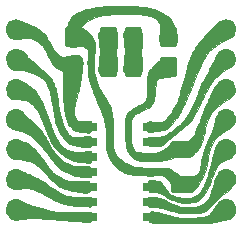
<source format=gbr>
G04 #@! TF.GenerationSoftware,KiCad,Pcbnew,5.1.5-52549c5~84~ubuntu18.04.1*
G04 #@! TF.CreationDate,2019-12-24T12:24:14-07:00*
G04 #@! TF.ProjectId,001,3030312e-6b69-4636-9164-5f7063625858,rev?*
G04 #@! TF.SameCoordinates,Original*
G04 #@! TF.FileFunction,Copper,L1,Top*
G04 #@! TF.FilePolarity,Positive*
%FSLAX46Y46*%
G04 Gerber Fmt 4.6, Leading zero omitted, Abs format (unit mm)*
G04 Created by KiCad (PCBNEW 5.1.5-52549c5~84~ubuntu18.04.1) date 2019-12-24 12:24:14*
%MOMM*%
%LPD*%
G04 APERTURE LIST*
%ADD10C,0.010000*%
%ADD11C,0.100000*%
%ADD12O,1.700000X1.700000*%
%ADD13C,1.700000*%
%ADD14R,1.525000X0.700000*%
G04 APERTURE END LIST*
D10*
G36*
X158741649Y-97687009D02*
G01*
X158917279Y-97752851D01*
X159074136Y-97850801D01*
X159128128Y-97897039D01*
X159231189Y-98009904D01*
X159293699Y-98118498D01*
X159316928Y-98225105D01*
X159317140Y-98236832D01*
X159314876Y-98277310D01*
X159308523Y-98354066D01*
X159298638Y-98461298D01*
X159285781Y-98593208D01*
X159270510Y-98743995D01*
X159253383Y-98907859D01*
X159244552Y-98990526D01*
X159172090Y-99664002D01*
X159233647Y-100355776D01*
X159252784Y-100572636D01*
X159268047Y-100751473D01*
X159279541Y-100896410D01*
X159287372Y-101011569D01*
X159291649Y-101101074D01*
X159292476Y-101169045D01*
X159289960Y-101219608D01*
X159284209Y-101256883D01*
X159275328Y-101284994D01*
X159263425Y-101308063D01*
X159258457Y-101315872D01*
X159181532Y-101398574D01*
X159070414Y-101471527D01*
X158932486Y-101532953D01*
X158775131Y-101581074D01*
X158605732Y-101614112D01*
X158431671Y-101630289D01*
X158260333Y-101627827D01*
X158099098Y-101604948D01*
X158078152Y-101600111D01*
X157950145Y-101557080D01*
X157839382Y-101496818D01*
X157756494Y-101425570D01*
X157735878Y-101398962D01*
X157719949Y-101373543D01*
X157707376Y-101346744D01*
X157698266Y-101314492D01*
X157692724Y-101272713D01*
X157690858Y-101217332D01*
X157692774Y-101144275D01*
X157698577Y-101049470D01*
X157708376Y-100928841D01*
X157722275Y-100778315D01*
X157740382Y-100593819D01*
X157762702Y-100372270D01*
X157837970Y-99629384D01*
X157758567Y-98897138D01*
X157737477Y-98701830D01*
X157720794Y-98543932D01*
X157708269Y-98418779D01*
X157699658Y-98321704D01*
X157694713Y-98248041D01*
X157693186Y-98193123D01*
X157694832Y-98152285D01*
X157699403Y-98120860D01*
X157706652Y-98094182D01*
X157714879Y-98071375D01*
X157785868Y-97939359D01*
X157889566Y-97832170D01*
X157998055Y-97762229D01*
X158175446Y-97690887D01*
X158363398Y-97655152D01*
X158554577Y-97654151D01*
X158741649Y-97687009D01*
G37*
X158741649Y-97687009D02*
X158917279Y-97752851D01*
X159074136Y-97850801D01*
X159128128Y-97897039D01*
X159231189Y-98009904D01*
X159293699Y-98118498D01*
X159316928Y-98225105D01*
X159317140Y-98236832D01*
X159314876Y-98277310D01*
X159308523Y-98354066D01*
X159298638Y-98461298D01*
X159285781Y-98593208D01*
X159270510Y-98743995D01*
X159253383Y-98907859D01*
X159244552Y-98990526D01*
X159172090Y-99664002D01*
X159233647Y-100355776D01*
X159252784Y-100572636D01*
X159268047Y-100751473D01*
X159279541Y-100896410D01*
X159287372Y-101011569D01*
X159291649Y-101101074D01*
X159292476Y-101169045D01*
X159289960Y-101219608D01*
X159284209Y-101256883D01*
X159275328Y-101284994D01*
X159263425Y-101308063D01*
X159258457Y-101315872D01*
X159181532Y-101398574D01*
X159070414Y-101471527D01*
X158932486Y-101532953D01*
X158775131Y-101581074D01*
X158605732Y-101614112D01*
X158431671Y-101630289D01*
X158260333Y-101627827D01*
X158099098Y-101604948D01*
X158078152Y-101600111D01*
X157950145Y-101557080D01*
X157839382Y-101496818D01*
X157756494Y-101425570D01*
X157735878Y-101398962D01*
X157719949Y-101373543D01*
X157707376Y-101346744D01*
X157698266Y-101314492D01*
X157692724Y-101272713D01*
X157690858Y-101217332D01*
X157692774Y-101144275D01*
X157698577Y-101049470D01*
X157708376Y-100928841D01*
X157722275Y-100778315D01*
X157740382Y-100593819D01*
X157762702Y-100372270D01*
X157837970Y-99629384D01*
X157758567Y-98897138D01*
X157737477Y-98701830D01*
X157720794Y-98543932D01*
X157708269Y-98418779D01*
X157699658Y-98321704D01*
X157694713Y-98248041D01*
X157693186Y-98193123D01*
X157694832Y-98152285D01*
X157699403Y-98120860D01*
X157706652Y-98094182D01*
X157714879Y-98071375D01*
X157785868Y-97939359D01*
X157889566Y-97832170D01*
X157998055Y-97762229D01*
X158175446Y-97690887D01*
X158363398Y-97655152D01*
X158554577Y-97654151D01*
X158741649Y-97687009D01*
G36*
X156552173Y-97697566D02*
G01*
X156722768Y-97746504D01*
X156787283Y-97773928D01*
X156921963Y-97850700D01*
X157035765Y-97942832D01*
X157123559Y-98044375D01*
X157180213Y-98149380D01*
X157200597Y-98251896D01*
X157200600Y-98253184D01*
X157198370Y-98295249D01*
X157192050Y-98373540D01*
X157182198Y-98482208D01*
X157169369Y-98615402D01*
X157154119Y-98767270D01*
X157137006Y-98931963D01*
X157128027Y-99016332D01*
X157055453Y-99692884D01*
X157117104Y-100391384D01*
X157135808Y-100604626D01*
X157150772Y-100779939D01*
X157162132Y-100921549D01*
X157170028Y-101033681D01*
X157174594Y-101120563D01*
X157175969Y-101186419D01*
X157174289Y-101235476D01*
X157169691Y-101271960D01*
X157162313Y-101300097D01*
X157152292Y-101324113D01*
X157147656Y-101333353D01*
X157091679Y-101403215D01*
X156999164Y-101471896D01*
X156875833Y-101535732D01*
X156763853Y-101579147D01*
X156682433Y-101604570D01*
X156606249Y-101621946D01*
X156522563Y-101633122D01*
X156418638Y-101639949D01*
X156322184Y-101643261D01*
X156179517Y-101644928D01*
X156069778Y-101640803D01*
X155983880Y-101630303D01*
X155930600Y-101618165D01*
X155784902Y-101562666D01*
X155676657Y-101488109D01*
X155606081Y-101394725D01*
X155573389Y-101282740D01*
X155570936Y-101238050D01*
X155573081Y-101192023D01*
X155579169Y-101109650D01*
X155588684Y-100996687D01*
X155601110Y-100858887D01*
X155615934Y-100702002D01*
X155632640Y-100531787D01*
X155645775Y-100401967D01*
X155720602Y-99671717D01*
X155641659Y-98928602D01*
X155620838Y-98731927D01*
X155604313Y-98572702D01*
X155591854Y-98446288D01*
X155583228Y-98348046D01*
X155578206Y-98273334D01*
X155576556Y-98217515D01*
X155578046Y-98175947D01*
X155582446Y-98143992D01*
X155589523Y-98117009D01*
X155599048Y-98090358D01*
X155599785Y-98088424D01*
X155668636Y-97964944D01*
X155769721Y-97861408D01*
X155897142Y-97779377D01*
X156044997Y-97720415D01*
X156207387Y-97686085D01*
X156378412Y-97677947D01*
X156552173Y-97697566D01*
G37*
X156552173Y-97697566D02*
X156722768Y-97746504D01*
X156787283Y-97773928D01*
X156921963Y-97850700D01*
X157035765Y-97942832D01*
X157123559Y-98044375D01*
X157180213Y-98149380D01*
X157200597Y-98251896D01*
X157200600Y-98253184D01*
X157198370Y-98295249D01*
X157192050Y-98373540D01*
X157182198Y-98482208D01*
X157169369Y-98615402D01*
X157154119Y-98767270D01*
X157137006Y-98931963D01*
X157128027Y-99016332D01*
X157055453Y-99692884D01*
X157117104Y-100391384D01*
X157135808Y-100604626D01*
X157150772Y-100779939D01*
X157162132Y-100921549D01*
X157170028Y-101033681D01*
X157174594Y-101120563D01*
X157175969Y-101186419D01*
X157174289Y-101235476D01*
X157169691Y-101271960D01*
X157162313Y-101300097D01*
X157152292Y-101324113D01*
X157147656Y-101333353D01*
X157091679Y-101403215D01*
X156999164Y-101471896D01*
X156875833Y-101535732D01*
X156763853Y-101579147D01*
X156682433Y-101604570D01*
X156606249Y-101621946D01*
X156522563Y-101633122D01*
X156418638Y-101639949D01*
X156322184Y-101643261D01*
X156179517Y-101644928D01*
X156069778Y-101640803D01*
X155983880Y-101630303D01*
X155930600Y-101618165D01*
X155784902Y-101562666D01*
X155676657Y-101488109D01*
X155606081Y-101394725D01*
X155573389Y-101282740D01*
X155570936Y-101238050D01*
X155573081Y-101192023D01*
X155579169Y-101109650D01*
X155588684Y-100996687D01*
X155601110Y-100858887D01*
X155615934Y-100702002D01*
X155632640Y-100531787D01*
X155645775Y-100401967D01*
X155720602Y-99671717D01*
X155641659Y-98928602D01*
X155620838Y-98731927D01*
X155604313Y-98572702D01*
X155591854Y-98446288D01*
X155583228Y-98348046D01*
X155578206Y-98273334D01*
X155576556Y-98217515D01*
X155578046Y-98175947D01*
X155582446Y-98143992D01*
X155589523Y-98117009D01*
X155599048Y-98090358D01*
X155599785Y-98088424D01*
X155668636Y-97964944D01*
X155769721Y-97861408D01*
X155897142Y-97779377D01*
X156044997Y-97720415D01*
X156207387Y-97686085D01*
X156378412Y-97677947D01*
X156552173Y-97697566D01*
G36*
X166453652Y-96980934D02*
G01*
X166623657Y-97017383D01*
X166777516Y-97090268D01*
X166918849Y-97199836D01*
X167028410Y-97326012D01*
X167100815Y-97467135D01*
X167138839Y-97629271D01*
X167144601Y-97693171D01*
X167139305Y-97870480D01*
X167100135Y-98036238D01*
X167024459Y-98198913D01*
X166953032Y-98308985D01*
X166841459Y-98464796D01*
X166651238Y-98530349D01*
X166302966Y-98672047D01*
X165958370Y-98855785D01*
X165617684Y-99081408D01*
X165281141Y-99348763D01*
X164968015Y-99638745D01*
X164678515Y-99925717D01*
X164496699Y-100296134D01*
X164439351Y-100413697D01*
X164385799Y-100525320D01*
X164334160Y-100635340D01*
X164282552Y-100748098D01*
X164229091Y-100867934D01*
X164171896Y-100999186D01*
X164109083Y-101146195D01*
X164038770Y-101313299D01*
X163959074Y-101504840D01*
X163868113Y-101725155D01*
X163764004Y-101978586D01*
X163716170Y-102095300D01*
X163567609Y-102457257D01*
X163433183Y-102782924D01*
X163311411Y-103075357D01*
X163200810Y-103337613D01*
X163099900Y-103572750D01*
X163007200Y-103783826D01*
X162921229Y-103973896D01*
X162840506Y-104146020D01*
X162763549Y-104303253D01*
X162688877Y-104448653D01*
X162615010Y-104585278D01*
X162540465Y-104716183D01*
X162463763Y-104844428D01*
X162383422Y-104973069D01*
X162297960Y-105105163D01*
X162205897Y-105243767D01*
X162152362Y-105323217D01*
X161970025Y-105580769D01*
X161799028Y-105797551D01*
X161639376Y-105973557D01*
X161524674Y-106080867D01*
X161446241Y-106146090D01*
X161376062Y-106198092D01*
X161307280Y-106239244D01*
X161233039Y-106271920D01*
X161146481Y-106298493D01*
X161040751Y-106321335D01*
X160908991Y-106342820D01*
X160744346Y-106365321D01*
X160678234Y-106373805D01*
X160531592Y-106392648D01*
X160391100Y-106411069D01*
X160264933Y-106427968D01*
X160161268Y-106442245D01*
X160088282Y-106452799D01*
X160070079Y-106455639D01*
X159966112Y-106470490D01*
X159892043Y-106474555D01*
X159836582Y-106466841D01*
X159788442Y-106446358D01*
X159759605Y-106428356D01*
X159705039Y-106379419D01*
X159652058Y-106313046D01*
X159634966Y-106285481D01*
X159607784Y-106230127D01*
X159591850Y-106175302D01*
X159584450Y-106106714D01*
X159582865Y-106011134D01*
X159592848Y-105867129D01*
X159623468Y-105753797D01*
X159677393Y-105663477D01*
X159719367Y-105619550D01*
X159733814Y-105606966D01*
X159749350Y-105596945D01*
X159770358Y-105589369D01*
X159801219Y-105584121D01*
X159846318Y-105581081D01*
X159910036Y-105580131D01*
X159996757Y-105581153D01*
X160110863Y-105584028D01*
X160256737Y-105588638D01*
X160438761Y-105594864D01*
X160523767Y-105597819D01*
X161000017Y-105614380D01*
X161128553Y-105519232D01*
X161232053Y-105430271D01*
X161351287Y-105305671D01*
X161484026Y-105148125D01*
X161628042Y-104960327D01*
X161781108Y-104744970D01*
X161837197Y-104662408D01*
X161932245Y-104518418D01*
X162016774Y-104383858D01*
X162092532Y-104254254D01*
X162161267Y-104125136D01*
X162224729Y-103992032D01*
X162284664Y-103850470D01*
X162342822Y-103695978D01*
X162400950Y-103524085D01*
X162460797Y-103330320D01*
X162524110Y-103110210D01*
X162592638Y-102859285D01*
X162668130Y-102573072D01*
X162696007Y-102465717D01*
X162795423Y-102083489D01*
X162886044Y-101739518D01*
X162968892Y-101430881D01*
X163044989Y-101154656D01*
X163115356Y-100907920D01*
X163181016Y-100687751D01*
X163242989Y-100491226D01*
X163302298Y-100315422D01*
X163359964Y-100157417D01*
X163417009Y-100014289D01*
X163474455Y-99883114D01*
X163533323Y-99760970D01*
X163594635Y-99644935D01*
X163659412Y-99532086D01*
X163728678Y-99419501D01*
X163798723Y-99311403D01*
X164002509Y-99021510D01*
X164238348Y-98720317D01*
X164507702Y-98406133D01*
X164812032Y-98077264D01*
X165152798Y-97732018D01*
X165214568Y-97671467D01*
X165378723Y-97512039D01*
X165517233Y-97380016D01*
X165634205Y-97272684D01*
X165733742Y-97187331D01*
X165819952Y-97121244D01*
X165896938Y-97071710D01*
X165968808Y-97036016D01*
X166039665Y-97011450D01*
X166113617Y-96995298D01*
X166194767Y-96984848D01*
X166262264Y-96979161D01*
X166453652Y-96980934D01*
G37*
X166453652Y-96980934D02*
X166623657Y-97017383D01*
X166777516Y-97090268D01*
X166918849Y-97199836D01*
X167028410Y-97326012D01*
X167100815Y-97467135D01*
X167138839Y-97629271D01*
X167144601Y-97693171D01*
X167139305Y-97870480D01*
X167100135Y-98036238D01*
X167024459Y-98198913D01*
X166953032Y-98308985D01*
X166841459Y-98464796D01*
X166651238Y-98530349D01*
X166302966Y-98672047D01*
X165958370Y-98855785D01*
X165617684Y-99081408D01*
X165281141Y-99348763D01*
X164968015Y-99638745D01*
X164678515Y-99925717D01*
X164496699Y-100296134D01*
X164439351Y-100413697D01*
X164385799Y-100525320D01*
X164334160Y-100635340D01*
X164282552Y-100748098D01*
X164229091Y-100867934D01*
X164171896Y-100999186D01*
X164109083Y-101146195D01*
X164038770Y-101313299D01*
X163959074Y-101504840D01*
X163868113Y-101725155D01*
X163764004Y-101978586D01*
X163716170Y-102095300D01*
X163567609Y-102457257D01*
X163433183Y-102782924D01*
X163311411Y-103075357D01*
X163200810Y-103337613D01*
X163099900Y-103572750D01*
X163007200Y-103783826D01*
X162921229Y-103973896D01*
X162840506Y-104146020D01*
X162763549Y-104303253D01*
X162688877Y-104448653D01*
X162615010Y-104585278D01*
X162540465Y-104716183D01*
X162463763Y-104844428D01*
X162383422Y-104973069D01*
X162297960Y-105105163D01*
X162205897Y-105243767D01*
X162152362Y-105323217D01*
X161970025Y-105580769D01*
X161799028Y-105797551D01*
X161639376Y-105973557D01*
X161524674Y-106080867D01*
X161446241Y-106146090D01*
X161376062Y-106198092D01*
X161307280Y-106239244D01*
X161233039Y-106271920D01*
X161146481Y-106298493D01*
X161040751Y-106321335D01*
X160908991Y-106342820D01*
X160744346Y-106365321D01*
X160678234Y-106373805D01*
X160531592Y-106392648D01*
X160391100Y-106411069D01*
X160264933Y-106427968D01*
X160161268Y-106442245D01*
X160088282Y-106452799D01*
X160070079Y-106455639D01*
X159966112Y-106470490D01*
X159892043Y-106474555D01*
X159836582Y-106466841D01*
X159788442Y-106446358D01*
X159759605Y-106428356D01*
X159705039Y-106379419D01*
X159652058Y-106313046D01*
X159634966Y-106285481D01*
X159607784Y-106230127D01*
X159591850Y-106175302D01*
X159584450Y-106106714D01*
X159582865Y-106011134D01*
X159592848Y-105867129D01*
X159623468Y-105753797D01*
X159677393Y-105663477D01*
X159719367Y-105619550D01*
X159733814Y-105606966D01*
X159749350Y-105596945D01*
X159770358Y-105589369D01*
X159801219Y-105584121D01*
X159846318Y-105581081D01*
X159910036Y-105580131D01*
X159996757Y-105581153D01*
X160110863Y-105584028D01*
X160256737Y-105588638D01*
X160438761Y-105594864D01*
X160523767Y-105597819D01*
X161000017Y-105614380D01*
X161128553Y-105519232D01*
X161232053Y-105430271D01*
X161351287Y-105305671D01*
X161484026Y-105148125D01*
X161628042Y-104960327D01*
X161781108Y-104744970D01*
X161837197Y-104662408D01*
X161932245Y-104518418D01*
X162016774Y-104383858D01*
X162092532Y-104254254D01*
X162161267Y-104125136D01*
X162224729Y-103992032D01*
X162284664Y-103850470D01*
X162342822Y-103695978D01*
X162400950Y-103524085D01*
X162460797Y-103330320D01*
X162524110Y-103110210D01*
X162592638Y-102859285D01*
X162668130Y-102573072D01*
X162696007Y-102465717D01*
X162795423Y-102083489D01*
X162886044Y-101739518D01*
X162968892Y-101430881D01*
X163044989Y-101154656D01*
X163115356Y-100907920D01*
X163181016Y-100687751D01*
X163242989Y-100491226D01*
X163302298Y-100315422D01*
X163359964Y-100157417D01*
X163417009Y-100014289D01*
X163474455Y-99883114D01*
X163533323Y-99760970D01*
X163594635Y-99644935D01*
X163659412Y-99532086D01*
X163728678Y-99419501D01*
X163798723Y-99311403D01*
X164002509Y-99021510D01*
X164238348Y-98720317D01*
X164507702Y-98406133D01*
X164812032Y-98077264D01*
X165152798Y-97732018D01*
X165214568Y-97671467D01*
X165378723Y-97512039D01*
X165517233Y-97380016D01*
X165634205Y-97272684D01*
X165733742Y-97187331D01*
X165819952Y-97121244D01*
X165896938Y-97071710D01*
X165968808Y-97036016D01*
X166039665Y-97011450D01*
X166113617Y-96995298D01*
X166194767Y-96984848D01*
X166262264Y-96979161D01*
X166453652Y-96980934D01*
G36*
X148693037Y-97027511D02*
G01*
X148923181Y-97069180D01*
X149173862Y-97135185D01*
X149439587Y-97223563D01*
X149714864Y-97332355D01*
X149994199Y-97459599D01*
X150272101Y-97603333D01*
X150480184Y-97723127D01*
X150610661Y-97806504D01*
X150726543Y-97892149D01*
X150832075Y-97985098D01*
X150931501Y-98090392D01*
X151029067Y-98213066D01*
X151129017Y-98358160D01*
X151235597Y-98530711D01*
X151353049Y-98735757D01*
X151390778Y-98803884D01*
X151486437Y-98976369D01*
X151566927Y-99118050D01*
X151636489Y-99235738D01*
X151699369Y-99336247D01*
X151759809Y-99426392D01*
X151822054Y-99512985D01*
X151880430Y-99590024D01*
X151966814Y-99694480D01*
X152063808Y-99799551D01*
X152163804Y-99898014D01*
X152259191Y-99982649D01*
X152342359Y-100046234D01*
X152392480Y-100075927D01*
X152477719Y-100098934D01*
X152597338Y-100104950D01*
X152747099Y-100094331D01*
X152922766Y-100067433D01*
X153120102Y-100024614D01*
X153178934Y-100009749D01*
X153363234Y-99965703D01*
X153515305Y-99938747D01*
X153641513Y-99928578D01*
X153748221Y-99934887D01*
X153841794Y-99957370D01*
X153888017Y-99975639D01*
X154009998Y-100046685D01*
X154104268Y-100141066D01*
X154179040Y-100267220D01*
X154185402Y-100281108D01*
X154206302Y-100332320D01*
X154222587Y-100385410D01*
X154234107Y-100444356D01*
X154240711Y-100513138D01*
X154242247Y-100595734D01*
X154238565Y-100696125D01*
X154229514Y-100818288D01*
X154214944Y-100966204D01*
X154194703Y-101143852D01*
X154168640Y-101355211D01*
X154136605Y-101604259D01*
X154134677Y-101619050D01*
X154109484Y-101811007D01*
X154086674Y-101980144D01*
X154065181Y-102131521D01*
X154043938Y-102270194D01*
X154021878Y-102401224D01*
X153997934Y-102529667D01*
X153971039Y-102660584D01*
X153940127Y-102799031D01*
X153904130Y-102950069D01*
X153861981Y-103118754D01*
X153812615Y-103310146D01*
X153754963Y-103529303D01*
X153687959Y-103781283D01*
X153643612Y-103947384D01*
X153606743Y-104086260D01*
X153579397Y-104194174D01*
X153560093Y-104281045D01*
X153547349Y-104356787D01*
X153539683Y-104431317D01*
X153535613Y-104514553D01*
X153533657Y-104616410D01*
X153532905Y-104688217D01*
X153532772Y-104837102D01*
X153536862Y-104952450D01*
X153547055Y-105042990D01*
X153565228Y-105117453D01*
X153593259Y-105184569D01*
X153633027Y-105253069D01*
X153664579Y-105300323D01*
X153726675Y-105386524D01*
X153783914Y-105452598D01*
X153842881Y-105500684D01*
X153910161Y-105532916D01*
X153992340Y-105551430D01*
X154096005Y-105558363D01*
X154227739Y-105555851D01*
X154394130Y-105546030D01*
X154417184Y-105544430D01*
X154570790Y-105533819D01*
X154687923Y-105526599D01*
X154774339Y-105523172D01*
X154835791Y-105523941D01*
X154878034Y-105529307D01*
X154906823Y-105539674D01*
X154927913Y-105555442D01*
X154947059Y-105577016D01*
X154950897Y-105581737D01*
X154998288Y-105667282D01*
X155027176Y-105777568D01*
X155038678Y-105903977D01*
X155033910Y-106037890D01*
X155013990Y-106170691D01*
X154980033Y-106293761D01*
X154933156Y-106398483D01*
X154874476Y-106476240D01*
X154830875Y-106508063D01*
X154786804Y-106529282D01*
X154762882Y-106537823D01*
X154762193Y-106537719D01*
X154739590Y-106533536D01*
X154687247Y-106525268D01*
X154628850Y-106516531D01*
X154560205Y-106507466D01*
X154461497Y-106495724D01*
X154344801Y-106482684D01*
X154222194Y-106469726D01*
X154194934Y-106466953D01*
X153990396Y-106440855D01*
X153817681Y-106405316D01*
X153666678Y-106356713D01*
X153527277Y-106291422D01*
X153389368Y-106205820D01*
X153313594Y-106151105D01*
X153222012Y-106077108D01*
X153150798Y-106004850D01*
X153089959Y-105921915D01*
X153029498Y-105815886D01*
X153004869Y-105767609D01*
X152915866Y-105560723D01*
X152836538Y-105315369D01*
X152766591Y-105030515D01*
X152714548Y-104758088D01*
X152695836Y-104646609D01*
X152679708Y-104545312D01*
X152665973Y-104450097D01*
X152654439Y-104356864D01*
X152644914Y-104261515D01*
X152637208Y-104159948D01*
X152631127Y-104048065D01*
X152626482Y-103921766D01*
X152623080Y-103776951D01*
X152620730Y-103609520D01*
X152619241Y-103415374D01*
X152618420Y-103190412D01*
X152618077Y-102930536D01*
X152618017Y-102691785D01*
X152618017Y-101309186D01*
X152395767Y-101219183D01*
X152259420Y-101162826D01*
X152154185Y-101115779D01*
X152071349Y-101073003D01*
X152002197Y-101029460D01*
X151938014Y-100980110D01*
X151870086Y-100919913D01*
X151856741Y-100907493D01*
X151744008Y-100790562D01*
X151640678Y-100657843D01*
X151543718Y-100504048D01*
X151450095Y-100323887D01*
X151356775Y-100112073D01*
X151265739Y-99876981D01*
X151222972Y-99765919D01*
X151177780Y-99657262D01*
X151135621Y-99563658D01*
X151102680Y-99499027D01*
X150986168Y-99323027D01*
X150840511Y-99146339D01*
X150676166Y-98979690D01*
X150503592Y-98833807D01*
X150355346Y-98732400D01*
X150205413Y-98652739D01*
X150051036Y-98593271D01*
X149885497Y-98552894D01*
X149702078Y-98530505D01*
X149494062Y-98525003D01*
X149254729Y-98535287D01*
X149185313Y-98540510D01*
X148951496Y-98556816D01*
X148740377Y-98566262D01*
X148555975Y-98568846D01*
X148402306Y-98564568D01*
X148283386Y-98553428D01*
X148219523Y-98540600D01*
X148104739Y-98488280D01*
X147997071Y-98401620D01*
X147904994Y-98288591D01*
X147853595Y-98196410D01*
X147827080Y-98135889D01*
X147809486Y-98083513D01*
X147799003Y-98027893D01*
X147793819Y-97957634D01*
X147792124Y-97861347D01*
X147792017Y-97809050D01*
X147792674Y-97698996D01*
X147795925Y-97619845D01*
X147803689Y-97560171D01*
X147817884Y-97508549D01*
X147840430Y-97453555D01*
X147858098Y-97415591D01*
X147948098Y-97264795D01*
X148059713Y-97148879D01*
X148196021Y-97064663D01*
X148199295Y-97063154D01*
X148270700Y-97034670D01*
X148339914Y-97018792D01*
X148423935Y-97012526D01*
X148488921Y-97012138D01*
X148693037Y-97027511D01*
G37*
X148693037Y-97027511D02*
X148923181Y-97069180D01*
X149173862Y-97135185D01*
X149439587Y-97223563D01*
X149714864Y-97332355D01*
X149994199Y-97459599D01*
X150272101Y-97603333D01*
X150480184Y-97723127D01*
X150610661Y-97806504D01*
X150726543Y-97892149D01*
X150832075Y-97985098D01*
X150931501Y-98090392D01*
X151029067Y-98213066D01*
X151129017Y-98358160D01*
X151235597Y-98530711D01*
X151353049Y-98735757D01*
X151390778Y-98803884D01*
X151486437Y-98976369D01*
X151566927Y-99118050D01*
X151636489Y-99235738D01*
X151699369Y-99336247D01*
X151759809Y-99426392D01*
X151822054Y-99512985D01*
X151880430Y-99590024D01*
X151966814Y-99694480D01*
X152063808Y-99799551D01*
X152163804Y-99898014D01*
X152259191Y-99982649D01*
X152342359Y-100046234D01*
X152392480Y-100075927D01*
X152477719Y-100098934D01*
X152597338Y-100104950D01*
X152747099Y-100094331D01*
X152922766Y-100067433D01*
X153120102Y-100024614D01*
X153178934Y-100009749D01*
X153363234Y-99965703D01*
X153515305Y-99938747D01*
X153641513Y-99928578D01*
X153748221Y-99934887D01*
X153841794Y-99957370D01*
X153888017Y-99975639D01*
X154009998Y-100046685D01*
X154104268Y-100141066D01*
X154179040Y-100267220D01*
X154185402Y-100281108D01*
X154206302Y-100332320D01*
X154222587Y-100385410D01*
X154234107Y-100444356D01*
X154240711Y-100513138D01*
X154242247Y-100595734D01*
X154238565Y-100696125D01*
X154229514Y-100818288D01*
X154214944Y-100966204D01*
X154194703Y-101143852D01*
X154168640Y-101355211D01*
X154136605Y-101604259D01*
X154134677Y-101619050D01*
X154109484Y-101811007D01*
X154086674Y-101980144D01*
X154065181Y-102131521D01*
X154043938Y-102270194D01*
X154021878Y-102401224D01*
X153997934Y-102529667D01*
X153971039Y-102660584D01*
X153940127Y-102799031D01*
X153904130Y-102950069D01*
X153861981Y-103118754D01*
X153812615Y-103310146D01*
X153754963Y-103529303D01*
X153687959Y-103781283D01*
X153643612Y-103947384D01*
X153606743Y-104086260D01*
X153579397Y-104194174D01*
X153560093Y-104281045D01*
X153547349Y-104356787D01*
X153539683Y-104431317D01*
X153535613Y-104514553D01*
X153533657Y-104616410D01*
X153532905Y-104688217D01*
X153532772Y-104837102D01*
X153536862Y-104952450D01*
X153547055Y-105042990D01*
X153565228Y-105117453D01*
X153593259Y-105184569D01*
X153633027Y-105253069D01*
X153664579Y-105300323D01*
X153726675Y-105386524D01*
X153783914Y-105452598D01*
X153842881Y-105500684D01*
X153910161Y-105532916D01*
X153992340Y-105551430D01*
X154096005Y-105558363D01*
X154227739Y-105555851D01*
X154394130Y-105546030D01*
X154417184Y-105544430D01*
X154570790Y-105533819D01*
X154687923Y-105526599D01*
X154774339Y-105523172D01*
X154835791Y-105523941D01*
X154878034Y-105529307D01*
X154906823Y-105539674D01*
X154927913Y-105555442D01*
X154947059Y-105577016D01*
X154950897Y-105581737D01*
X154998288Y-105667282D01*
X155027176Y-105777568D01*
X155038678Y-105903977D01*
X155033910Y-106037890D01*
X155013990Y-106170691D01*
X154980033Y-106293761D01*
X154933156Y-106398483D01*
X154874476Y-106476240D01*
X154830875Y-106508063D01*
X154786804Y-106529282D01*
X154762882Y-106537823D01*
X154762193Y-106537719D01*
X154739590Y-106533536D01*
X154687247Y-106525268D01*
X154628850Y-106516531D01*
X154560205Y-106507466D01*
X154461497Y-106495724D01*
X154344801Y-106482684D01*
X154222194Y-106469726D01*
X154194934Y-106466953D01*
X153990396Y-106440855D01*
X153817681Y-106405316D01*
X153666678Y-106356713D01*
X153527277Y-106291422D01*
X153389368Y-106205820D01*
X153313594Y-106151105D01*
X153222012Y-106077108D01*
X153150798Y-106004850D01*
X153089959Y-105921915D01*
X153029498Y-105815886D01*
X153004869Y-105767609D01*
X152915866Y-105560723D01*
X152836538Y-105315369D01*
X152766591Y-105030515D01*
X152714548Y-104758088D01*
X152695836Y-104646609D01*
X152679708Y-104545312D01*
X152665973Y-104450097D01*
X152654439Y-104356864D01*
X152644914Y-104261515D01*
X152637208Y-104159948D01*
X152631127Y-104048065D01*
X152626482Y-103921766D01*
X152623080Y-103776951D01*
X152620730Y-103609520D01*
X152619241Y-103415374D01*
X152618420Y-103190412D01*
X152618077Y-102930536D01*
X152618017Y-102691785D01*
X152618017Y-101309186D01*
X152395767Y-101219183D01*
X152259420Y-101162826D01*
X152154185Y-101115779D01*
X152071349Y-101073003D01*
X152002197Y-101029460D01*
X151938014Y-100980110D01*
X151870086Y-100919913D01*
X151856741Y-100907493D01*
X151744008Y-100790562D01*
X151640678Y-100657843D01*
X151543718Y-100504048D01*
X151450095Y-100323887D01*
X151356775Y-100112073D01*
X151265739Y-99876981D01*
X151222972Y-99765919D01*
X151177780Y-99657262D01*
X151135621Y-99563658D01*
X151102680Y-99499027D01*
X150986168Y-99323027D01*
X150840511Y-99146339D01*
X150676166Y-98979690D01*
X150503592Y-98833807D01*
X150355346Y-98732400D01*
X150205413Y-98652739D01*
X150051036Y-98593271D01*
X149885497Y-98552894D01*
X149702078Y-98530505D01*
X149494062Y-98525003D01*
X149254729Y-98535287D01*
X149185313Y-98540510D01*
X148951496Y-98556816D01*
X148740377Y-98566262D01*
X148555975Y-98568846D01*
X148402306Y-98564568D01*
X148283386Y-98553428D01*
X148219523Y-98540600D01*
X148104739Y-98488280D01*
X147997071Y-98401620D01*
X147904994Y-98288591D01*
X147853595Y-98196410D01*
X147827080Y-98135889D01*
X147809486Y-98083513D01*
X147799003Y-98027893D01*
X147793819Y-97957634D01*
X147792124Y-97861347D01*
X147792017Y-97809050D01*
X147792674Y-97698996D01*
X147795925Y-97619845D01*
X147803689Y-97560171D01*
X147817884Y-97508549D01*
X147840430Y-97453555D01*
X147858098Y-97415591D01*
X147948098Y-97264795D01*
X148059713Y-97148879D01*
X148196021Y-97064663D01*
X148199295Y-97063154D01*
X148270700Y-97034670D01*
X148339914Y-97018792D01*
X148423935Y-97012526D01*
X148488921Y-97012138D01*
X148693037Y-97027511D01*
G36*
X166597736Y-99562221D02*
G01*
X166718639Y-99586193D01*
X166750083Y-99596598D01*
X166878124Y-99665871D01*
X166979824Y-99765920D01*
X167054400Y-99893774D01*
X167101069Y-100046462D01*
X167119049Y-100221012D01*
X167107556Y-100414453D01*
X167065807Y-100623812D01*
X167042304Y-100705456D01*
X167001703Y-100835884D01*
X166816027Y-100940189D01*
X166557647Y-101090407D01*
X166309335Y-101244623D01*
X166076838Y-101398880D01*
X165865902Y-101549221D01*
X165682274Y-101691691D01*
X165531701Y-101822332D01*
X165523172Y-101830342D01*
X165455098Y-101897077D01*
X165389793Y-101966938D01*
X165325583Y-102042760D01*
X165260793Y-102127376D01*
X165193751Y-102223619D01*
X165122781Y-102334325D01*
X165046211Y-102462327D01*
X164962364Y-102610458D01*
X164869569Y-102781553D01*
X164766150Y-102978446D01*
X164650434Y-103203970D01*
X164520747Y-103460959D01*
X164375414Y-103752247D01*
X164310106Y-103883884D01*
X164162289Y-104181569D01*
X164029954Y-104445049D01*
X163909977Y-104678148D01*
X163799238Y-104884688D01*
X163694613Y-105068490D01*
X163592981Y-105233378D01*
X163491219Y-105383173D01*
X163386206Y-105521697D01*
X163274818Y-105652775D01*
X163153935Y-105780226D01*
X163020433Y-105907875D01*
X162871190Y-106039543D01*
X162703085Y-106179053D01*
X162512994Y-106330226D01*
X162297797Y-106496887D01*
X162054371Y-106682855D01*
X161973684Y-106744267D01*
X161901638Y-106801251D01*
X161807142Y-106879159D01*
X161699105Y-106970475D01*
X161586435Y-107067684D01*
X161495823Y-107147422D01*
X161344366Y-107281747D01*
X161218660Y-107390756D01*
X161112723Y-107477153D01*
X161020573Y-107543641D01*
X160936227Y-107592924D01*
X160853704Y-107627706D01*
X160767022Y-107650690D01*
X160670197Y-107664580D01*
X160557248Y-107672080D01*
X160422193Y-107675893D01*
X160322684Y-107677626D01*
X160177433Y-107679785D01*
X160068149Y-107680433D01*
X159988478Y-107679110D01*
X159932064Y-107675354D01*
X159892555Y-107668706D01*
X159863596Y-107658705D01*
X159838833Y-107644890D01*
X159834796Y-107642269D01*
X159751169Y-107562166D01*
X159694418Y-107449695D01*
X159664789Y-107305398D01*
X159661468Y-107261002D01*
X159663807Y-107133714D01*
X159687645Y-107036165D01*
X159736064Y-106959974D01*
X159789797Y-106912221D01*
X159811004Y-106898310D01*
X159835583Y-106887660D01*
X159869189Y-106879814D01*
X159917474Y-106874310D01*
X159986094Y-106870689D01*
X160080701Y-106868491D01*
X160206949Y-106867256D01*
X160350714Y-106866593D01*
X160515754Y-106865610D01*
X160645408Y-106863662D01*
X160746620Y-106860265D01*
X160826333Y-106854935D01*
X160891493Y-106847188D01*
X160949043Y-106836541D01*
X161005927Y-106822509D01*
X161013638Y-106820410D01*
X161162436Y-106771410D01*
X161304349Y-106709680D01*
X161426767Y-106641272D01*
X161501809Y-106586136D01*
X161537548Y-106557452D01*
X161602111Y-106507892D01*
X161690102Y-106441506D01*
X161796127Y-106362344D01*
X161914792Y-106274455D01*
X162026600Y-106192220D01*
X162178445Y-106080638D01*
X162300844Y-105989702D01*
X162398655Y-105915253D01*
X162476736Y-105853133D01*
X162539947Y-105799182D01*
X162593147Y-105749243D01*
X162641193Y-105699157D01*
X162688944Y-105644764D01*
X162741259Y-105581906D01*
X162745107Y-105577217D01*
X162907221Y-105363526D01*
X163074660Y-105112222D01*
X163245223Y-104827351D01*
X163416706Y-104512958D01*
X163586906Y-104173089D01*
X163753621Y-103811789D01*
X163914647Y-103433105D01*
X163920710Y-103418217D01*
X163982683Y-103265815D01*
X164050919Y-103098076D01*
X164119489Y-102929572D01*
X164182464Y-102774875D01*
X164222169Y-102677384D01*
X164305421Y-102479270D01*
X164395680Y-102275493D01*
X164489315Y-102073537D01*
X164582695Y-101880883D01*
X164672191Y-101705013D01*
X164754171Y-101553409D01*
X164825004Y-101433553D01*
X164828174Y-101428550D01*
X164865003Y-101366538D01*
X164917668Y-101272020D01*
X164983284Y-101150460D01*
X165058965Y-101007322D01*
X165141827Y-100848070D01*
X165228985Y-100678167D01*
X165317553Y-100503078D01*
X165331110Y-100476050D01*
X165415083Y-100309429D01*
X165494072Y-100154593D01*
X165565905Y-100015665D01*
X165628407Y-99896764D01*
X165679404Y-99802012D01*
X165716723Y-99735530D01*
X165738191Y-99701439D01*
X165741535Y-99697934D01*
X165786091Y-99679144D01*
X165859485Y-99654446D01*
X165949314Y-99627493D01*
X166043175Y-99601936D01*
X166128666Y-99581428D01*
X166156854Y-99575627D01*
X166303141Y-99556454D01*
X166454669Y-99552146D01*
X166597736Y-99562221D01*
G37*
X166597736Y-99562221D02*
X166718639Y-99586193D01*
X166750083Y-99596598D01*
X166878124Y-99665871D01*
X166979824Y-99765920D01*
X167054400Y-99893774D01*
X167101069Y-100046462D01*
X167119049Y-100221012D01*
X167107556Y-100414453D01*
X167065807Y-100623812D01*
X167042304Y-100705456D01*
X167001703Y-100835884D01*
X166816027Y-100940189D01*
X166557647Y-101090407D01*
X166309335Y-101244623D01*
X166076838Y-101398880D01*
X165865902Y-101549221D01*
X165682274Y-101691691D01*
X165531701Y-101822332D01*
X165523172Y-101830342D01*
X165455098Y-101897077D01*
X165389793Y-101966938D01*
X165325583Y-102042760D01*
X165260793Y-102127376D01*
X165193751Y-102223619D01*
X165122781Y-102334325D01*
X165046211Y-102462327D01*
X164962364Y-102610458D01*
X164869569Y-102781553D01*
X164766150Y-102978446D01*
X164650434Y-103203970D01*
X164520747Y-103460959D01*
X164375414Y-103752247D01*
X164310106Y-103883884D01*
X164162289Y-104181569D01*
X164029954Y-104445049D01*
X163909977Y-104678148D01*
X163799238Y-104884688D01*
X163694613Y-105068490D01*
X163592981Y-105233378D01*
X163491219Y-105383173D01*
X163386206Y-105521697D01*
X163274818Y-105652775D01*
X163153935Y-105780226D01*
X163020433Y-105907875D01*
X162871190Y-106039543D01*
X162703085Y-106179053D01*
X162512994Y-106330226D01*
X162297797Y-106496887D01*
X162054371Y-106682855D01*
X161973684Y-106744267D01*
X161901638Y-106801251D01*
X161807142Y-106879159D01*
X161699105Y-106970475D01*
X161586435Y-107067684D01*
X161495823Y-107147422D01*
X161344366Y-107281747D01*
X161218660Y-107390756D01*
X161112723Y-107477153D01*
X161020573Y-107543641D01*
X160936227Y-107592924D01*
X160853704Y-107627706D01*
X160767022Y-107650690D01*
X160670197Y-107664580D01*
X160557248Y-107672080D01*
X160422193Y-107675893D01*
X160322684Y-107677626D01*
X160177433Y-107679785D01*
X160068149Y-107680433D01*
X159988478Y-107679110D01*
X159932064Y-107675354D01*
X159892555Y-107668706D01*
X159863596Y-107658705D01*
X159838833Y-107644890D01*
X159834796Y-107642269D01*
X159751169Y-107562166D01*
X159694418Y-107449695D01*
X159664789Y-107305398D01*
X159661468Y-107261002D01*
X159663807Y-107133714D01*
X159687645Y-107036165D01*
X159736064Y-106959974D01*
X159789797Y-106912221D01*
X159811004Y-106898310D01*
X159835583Y-106887660D01*
X159869189Y-106879814D01*
X159917474Y-106874310D01*
X159986094Y-106870689D01*
X160080701Y-106868491D01*
X160206949Y-106867256D01*
X160350714Y-106866593D01*
X160515754Y-106865610D01*
X160645408Y-106863662D01*
X160746620Y-106860265D01*
X160826333Y-106854935D01*
X160891493Y-106847188D01*
X160949043Y-106836541D01*
X161005927Y-106822509D01*
X161013638Y-106820410D01*
X161162436Y-106771410D01*
X161304349Y-106709680D01*
X161426767Y-106641272D01*
X161501809Y-106586136D01*
X161537548Y-106557452D01*
X161602111Y-106507892D01*
X161690102Y-106441506D01*
X161796127Y-106362344D01*
X161914792Y-106274455D01*
X162026600Y-106192220D01*
X162178445Y-106080638D01*
X162300844Y-105989702D01*
X162398655Y-105915253D01*
X162476736Y-105853133D01*
X162539947Y-105799182D01*
X162593147Y-105749243D01*
X162641193Y-105699157D01*
X162688944Y-105644764D01*
X162741259Y-105581906D01*
X162745107Y-105577217D01*
X162907221Y-105363526D01*
X163074660Y-105112222D01*
X163245223Y-104827351D01*
X163416706Y-104512958D01*
X163586906Y-104173089D01*
X163753621Y-103811789D01*
X163914647Y-103433105D01*
X163920710Y-103418217D01*
X163982683Y-103265815D01*
X164050919Y-103098076D01*
X164119489Y-102929572D01*
X164182464Y-102774875D01*
X164222169Y-102677384D01*
X164305421Y-102479270D01*
X164395680Y-102275493D01*
X164489315Y-102073537D01*
X164582695Y-101880883D01*
X164672191Y-101705013D01*
X164754171Y-101553409D01*
X164825004Y-101433553D01*
X164828174Y-101428550D01*
X164865003Y-101366538D01*
X164917668Y-101272020D01*
X164983284Y-101150460D01*
X165058965Y-101007322D01*
X165141827Y-100848070D01*
X165228985Y-100678167D01*
X165317553Y-100503078D01*
X165331110Y-100476050D01*
X165415083Y-100309429D01*
X165494072Y-100154593D01*
X165565905Y-100015665D01*
X165628407Y-99896764D01*
X165679404Y-99802012D01*
X165716723Y-99735530D01*
X165738191Y-99701439D01*
X165741535Y-99697934D01*
X165786091Y-99679144D01*
X165859485Y-99654446D01*
X165949314Y-99627493D01*
X166043175Y-99601936D01*
X166128666Y-99581428D01*
X166156854Y-99575627D01*
X166303141Y-99556454D01*
X166454669Y-99552146D01*
X166597736Y-99562221D01*
G36*
X148732698Y-99501198D02*
G01*
X148884341Y-99520540D01*
X149020903Y-99552365D01*
X149095584Y-99579267D01*
X149199318Y-99642468D01*
X149311368Y-99746032D01*
X149430806Y-99889011D01*
X149517198Y-100010384D01*
X149573577Y-100090973D01*
X149630072Y-100163615D01*
X149691913Y-100233348D01*
X149764333Y-100305211D01*
X149852561Y-100384244D01*
X149961829Y-100475486D01*
X150097368Y-100583976D01*
X150180128Y-100649006D01*
X150429919Y-100846129D01*
X150647977Y-101022306D01*
X150837354Y-101180719D01*
X151001100Y-101324549D01*
X151142269Y-101456978D01*
X151263912Y-101581185D01*
X151369081Y-101700352D01*
X151460828Y-101817661D01*
X151542205Y-101936293D01*
X151616263Y-102059428D01*
X151686055Y-102190248D01*
X151715263Y-102249139D01*
X151785914Y-102400609D01*
X151848597Y-102549879D01*
X151904628Y-102702097D01*
X151955321Y-102862409D01*
X152001993Y-103035962D01*
X152045958Y-103227903D01*
X152088532Y-103443379D01*
X152131031Y-103687538D01*
X152174769Y-103965526D01*
X152203365Y-104159050D01*
X152241588Y-104414613D01*
X152277501Y-104635331D01*
X152312676Y-104828511D01*
X152348683Y-105001464D01*
X152387095Y-105161497D01*
X152429482Y-105315921D01*
X152477416Y-105472045D01*
X152501436Y-105545467D01*
X152601814Y-105826787D01*
X152705791Y-106078968D01*
X152812133Y-106299885D01*
X152919609Y-106487410D01*
X153026986Y-106639417D01*
X153133031Y-106753778D01*
X153236511Y-106828366D01*
X153248447Y-106834421D01*
X153326751Y-106865569D01*
X153416603Y-106892065D01*
X153448934Y-106899154D01*
X153527651Y-106907158D01*
X153640157Y-106909073D01*
X153778420Y-106905400D01*
X153934411Y-106896642D01*
X154100100Y-106883300D01*
X154267459Y-106865878D01*
X154428457Y-106844876D01*
X154504381Y-106833138D01*
X154636795Y-106812747D01*
X154735012Y-106802723D01*
X154806317Y-106805000D01*
X154857996Y-106821509D01*
X154897336Y-106854181D01*
X154931622Y-106904948D01*
X154956934Y-106953118D01*
X154980359Y-107004233D01*
X154995669Y-107052855D01*
X155004522Y-107110005D01*
X155008577Y-107186703D01*
X155009493Y-107293972D01*
X155009483Y-107302300D01*
X155008254Y-107413251D01*
X155003972Y-107492298D01*
X154995154Y-107549842D01*
X154980316Y-107596285D01*
X154962141Y-107634276D01*
X154926730Y-107695838D01*
X154891163Y-107739765D01*
X154848656Y-107767544D01*
X154792425Y-107780666D01*
X154715688Y-107780620D01*
X154611659Y-107768894D01*
X154473555Y-107746977D01*
X154459517Y-107744606D01*
X154340245Y-107725687D01*
X154198539Y-107705158D01*
X154054071Y-107685785D01*
X153951517Y-107673185D01*
X153745815Y-107644567D01*
X153568972Y-107608518D01*
X153407688Y-107561450D01*
X153248664Y-107499774D01*
X153159969Y-107459567D01*
X153049982Y-107403843D01*
X152963432Y-107349089D01*
X152883439Y-107283366D01*
X152810073Y-107212074D01*
X152693470Y-107080833D01*
X152571217Y-106920738D01*
X152450989Y-106743117D01*
X152340463Y-106559297D01*
X152248843Y-106383820D01*
X152158240Y-106185286D01*
X152078462Y-105990438D01*
X152007860Y-105793171D01*
X151944787Y-105587379D01*
X151887594Y-105366955D01*
X151834634Y-105125793D01*
X151784257Y-104857786D01*
X151734816Y-104556829D01*
X151708344Y-104381300D01*
X151656605Y-104042560D01*
X151606267Y-103742214D01*
X151556254Y-103476394D01*
X151505489Y-103241232D01*
X151452898Y-103032863D01*
X151397403Y-102847417D01*
X151337929Y-102681029D01*
X151273400Y-102529831D01*
X151202740Y-102389954D01*
X151124872Y-102257533D01*
X151111631Y-102236715D01*
X151036380Y-102127161D01*
X150957521Y-102029795D01*
X150870941Y-101942195D01*
X150772525Y-101861943D01*
X150658159Y-101786620D01*
X150523729Y-101713804D01*
X150365120Y-101641078D01*
X150178218Y-101566021D01*
X149958909Y-101486213D01*
X149703078Y-101399236D01*
X149667651Y-101387516D01*
X149236119Y-101245129D01*
X148873901Y-101225885D01*
X148745086Y-101218060D01*
X148622568Y-101208839D01*
X148516222Y-101199096D01*
X148435925Y-101189702D01*
X148402578Y-101184237D01*
X148262013Y-101134655D01*
X148133267Y-101049606D01*
X148019838Y-100935135D01*
X147925227Y-100797283D01*
X147852933Y-100642094D01*
X147806455Y-100475610D01*
X147789294Y-100303873D01*
X147802197Y-100147597D01*
X147849127Y-99974214D01*
X147922893Y-99819223D01*
X148019280Y-99688978D01*
X148134074Y-99589835D01*
X148195457Y-99554684D01*
X148297352Y-99521084D01*
X148428196Y-99501170D01*
X148576980Y-99494642D01*
X148732698Y-99501198D01*
G37*
X148732698Y-99501198D02*
X148884341Y-99520540D01*
X149020903Y-99552365D01*
X149095584Y-99579267D01*
X149199318Y-99642468D01*
X149311368Y-99746032D01*
X149430806Y-99889011D01*
X149517198Y-100010384D01*
X149573577Y-100090973D01*
X149630072Y-100163615D01*
X149691913Y-100233348D01*
X149764333Y-100305211D01*
X149852561Y-100384244D01*
X149961829Y-100475486D01*
X150097368Y-100583976D01*
X150180128Y-100649006D01*
X150429919Y-100846129D01*
X150647977Y-101022306D01*
X150837354Y-101180719D01*
X151001100Y-101324549D01*
X151142269Y-101456978D01*
X151263912Y-101581185D01*
X151369081Y-101700352D01*
X151460828Y-101817661D01*
X151542205Y-101936293D01*
X151616263Y-102059428D01*
X151686055Y-102190248D01*
X151715263Y-102249139D01*
X151785914Y-102400609D01*
X151848597Y-102549879D01*
X151904628Y-102702097D01*
X151955321Y-102862409D01*
X152001993Y-103035962D01*
X152045958Y-103227903D01*
X152088532Y-103443379D01*
X152131031Y-103687538D01*
X152174769Y-103965526D01*
X152203365Y-104159050D01*
X152241588Y-104414613D01*
X152277501Y-104635331D01*
X152312676Y-104828511D01*
X152348683Y-105001464D01*
X152387095Y-105161497D01*
X152429482Y-105315921D01*
X152477416Y-105472045D01*
X152501436Y-105545467D01*
X152601814Y-105826787D01*
X152705791Y-106078968D01*
X152812133Y-106299885D01*
X152919609Y-106487410D01*
X153026986Y-106639417D01*
X153133031Y-106753778D01*
X153236511Y-106828366D01*
X153248447Y-106834421D01*
X153326751Y-106865569D01*
X153416603Y-106892065D01*
X153448934Y-106899154D01*
X153527651Y-106907158D01*
X153640157Y-106909073D01*
X153778420Y-106905400D01*
X153934411Y-106896642D01*
X154100100Y-106883300D01*
X154267459Y-106865878D01*
X154428457Y-106844876D01*
X154504381Y-106833138D01*
X154636795Y-106812747D01*
X154735012Y-106802723D01*
X154806317Y-106805000D01*
X154857996Y-106821509D01*
X154897336Y-106854181D01*
X154931622Y-106904948D01*
X154956934Y-106953118D01*
X154980359Y-107004233D01*
X154995669Y-107052855D01*
X155004522Y-107110005D01*
X155008577Y-107186703D01*
X155009493Y-107293972D01*
X155009483Y-107302300D01*
X155008254Y-107413251D01*
X155003972Y-107492298D01*
X154995154Y-107549842D01*
X154980316Y-107596285D01*
X154962141Y-107634276D01*
X154926730Y-107695838D01*
X154891163Y-107739765D01*
X154848656Y-107767544D01*
X154792425Y-107780666D01*
X154715688Y-107780620D01*
X154611659Y-107768894D01*
X154473555Y-107746977D01*
X154459517Y-107744606D01*
X154340245Y-107725687D01*
X154198539Y-107705158D01*
X154054071Y-107685785D01*
X153951517Y-107673185D01*
X153745815Y-107644567D01*
X153568972Y-107608518D01*
X153407688Y-107561450D01*
X153248664Y-107499774D01*
X153159969Y-107459567D01*
X153049982Y-107403843D01*
X152963432Y-107349089D01*
X152883439Y-107283366D01*
X152810073Y-107212074D01*
X152693470Y-107080833D01*
X152571217Y-106920738D01*
X152450989Y-106743117D01*
X152340463Y-106559297D01*
X152248843Y-106383820D01*
X152158240Y-106185286D01*
X152078462Y-105990438D01*
X152007860Y-105793171D01*
X151944787Y-105587379D01*
X151887594Y-105366955D01*
X151834634Y-105125793D01*
X151784257Y-104857786D01*
X151734816Y-104556829D01*
X151708344Y-104381300D01*
X151656605Y-104042560D01*
X151606267Y-103742214D01*
X151556254Y-103476394D01*
X151505489Y-103241232D01*
X151452898Y-103032863D01*
X151397403Y-102847417D01*
X151337929Y-102681029D01*
X151273400Y-102529831D01*
X151202740Y-102389954D01*
X151124872Y-102257533D01*
X151111631Y-102236715D01*
X151036380Y-102127161D01*
X150957521Y-102029795D01*
X150870941Y-101942195D01*
X150772525Y-101861943D01*
X150658159Y-101786620D01*
X150523729Y-101713804D01*
X150365120Y-101641078D01*
X150178218Y-101566021D01*
X149958909Y-101486213D01*
X149703078Y-101399236D01*
X149667651Y-101387516D01*
X149236119Y-101245129D01*
X148873901Y-101225885D01*
X148745086Y-101218060D01*
X148622568Y-101208839D01*
X148516222Y-101199096D01*
X148435925Y-101189702D01*
X148402578Y-101184237D01*
X148262013Y-101134655D01*
X148133267Y-101049606D01*
X148019838Y-100935135D01*
X147925227Y-100797283D01*
X147852933Y-100642094D01*
X147806455Y-100475610D01*
X147789294Y-100303873D01*
X147802197Y-100147597D01*
X147849127Y-99974214D01*
X147922893Y-99819223D01*
X148019280Y-99688978D01*
X148134074Y-99589835D01*
X148195457Y-99554684D01*
X148297352Y-99521084D01*
X148428196Y-99501170D01*
X148576980Y-99494642D01*
X148732698Y-99501198D01*
G36*
X161718755Y-100114737D02*
G01*
X161827067Y-100178180D01*
X161918724Y-100277100D01*
X161992109Y-100407403D01*
X162045602Y-100564992D01*
X162077587Y-100745772D01*
X162086445Y-100945649D01*
X162082767Y-101036034D01*
X162057913Y-101255258D01*
X162014293Y-101437174D01*
X161951650Y-101582549D01*
X161869732Y-101692145D01*
X161861223Y-101700452D01*
X161835259Y-101723122D01*
X161807201Y-101740412D01*
X161769864Y-101754055D01*
X161716067Y-101765788D01*
X161638627Y-101777343D01*
X161530360Y-101790457D01*
X161451826Y-101799325D01*
X161308256Y-101817355D01*
X161153981Y-101840061D01*
X161005041Y-101864883D01*
X160877475Y-101889260D01*
X160846138Y-101896021D01*
X160737141Y-101921037D01*
X160661731Y-101940833D01*
X160612016Y-101958654D01*
X160580104Y-101977745D01*
X160558105Y-102001352D01*
X160546156Y-102019398D01*
X160515911Y-102087102D01*
X160488084Y-102189057D01*
X160462355Y-102327100D01*
X160438402Y-102503068D01*
X160415907Y-102718797D01*
X160407386Y-102814967D01*
X160386706Y-103040626D01*
X160365595Y-103231376D01*
X160342911Y-103394634D01*
X160317513Y-103537820D01*
X160288257Y-103668351D01*
X160259698Y-103774227D01*
X160220851Y-103899583D01*
X160180385Y-104005904D01*
X160133944Y-104097366D01*
X160077172Y-104178147D01*
X160005714Y-104252423D01*
X159915214Y-104324372D01*
X159801317Y-104398171D01*
X159659666Y-104477997D01*
X159485907Y-104568027D01*
X159373367Y-104624254D01*
X159162322Y-104730047D01*
X158986246Y-104821644D01*
X158841393Y-104901971D01*
X158724014Y-104973953D01*
X158630364Y-105040517D01*
X158556695Y-105104588D01*
X158499260Y-105169092D01*
X158454312Y-105236955D01*
X158418105Y-105311103D01*
X158386890Y-105394461D01*
X158386857Y-105394559D01*
X158358493Y-105491479D01*
X158336609Y-105597409D01*
X158320918Y-105717410D01*
X158311132Y-105856540D01*
X158306964Y-106019857D01*
X158308126Y-106212421D01*
X158314330Y-106439290D01*
X158319647Y-106577145D01*
X158329630Y-106803352D01*
X158339412Y-106992698D01*
X158349537Y-107150649D01*
X158360550Y-107282671D01*
X158372993Y-107394229D01*
X158387410Y-107490789D01*
X158404346Y-107577818D01*
X158424343Y-107660781D01*
X158429271Y-107679264D01*
X158488305Y-107856387D01*
X158560140Y-107996557D01*
X158646834Y-108103764D01*
X158648992Y-108105848D01*
X158694895Y-108145632D01*
X158739525Y-108169952D01*
X158797680Y-108184524D01*
X158878423Y-108194497D01*
X158935142Y-108198070D01*
X159028240Y-108201391D01*
X159151765Y-108204357D01*
X159299764Y-108206865D01*
X159466284Y-108208815D01*
X159645372Y-108210102D01*
X159814684Y-108210612D01*
X160018191Y-108210721D01*
X160184133Y-108210453D01*
X160317278Y-108209567D01*
X160422391Y-108207823D01*
X160504241Y-108204978D01*
X160567596Y-108200794D01*
X160617223Y-108195028D01*
X160657890Y-108187440D01*
X160694363Y-108177790D01*
X160731411Y-108165836D01*
X160736657Y-108164053D01*
X160908454Y-108089585D01*
X161089550Y-107982242D01*
X161272079Y-107847846D01*
X161448175Y-107692218D01*
X161609974Y-107521180D01*
X161618227Y-107511530D01*
X161677006Y-107443141D01*
X161728804Y-107387545D01*
X161778681Y-107343503D01*
X161831696Y-107309778D01*
X161892910Y-107285133D01*
X161967383Y-107268329D01*
X162060174Y-107258129D01*
X162176344Y-107253294D01*
X162320952Y-107252587D01*
X162499059Y-107254771D01*
X162656487Y-107257539D01*
X163064124Y-107264918D01*
X163182661Y-107193651D01*
X163250233Y-107145853D01*
X163332132Y-107077397D01*
X163415080Y-106999715D01*
X163452358Y-106961455D01*
X163547583Y-106852675D01*
X163636245Y-106734715D01*
X163720547Y-106603177D01*
X163802695Y-106453663D01*
X163884893Y-106281774D01*
X163969344Y-106083111D01*
X164058255Y-105853277D01*
X164153829Y-105587873D01*
X164183276Y-105503134D01*
X164265988Y-105264593D01*
X164337582Y-105060975D01*
X164400111Y-104886969D01*
X164455627Y-104737264D01*
X164506185Y-104606551D01*
X164553836Y-104489518D01*
X164600633Y-104380856D01*
X164648630Y-104275255D01*
X164698802Y-104169634D01*
X164757681Y-104045296D01*
X164826584Y-103895775D01*
X164899222Y-103734953D01*
X164969309Y-103576713D01*
X165015109Y-103471134D01*
X165115954Y-103241122D01*
X165206775Y-103045495D01*
X165290632Y-102878374D01*
X165370582Y-102733883D01*
X165449684Y-102606145D01*
X165513566Y-102513239D01*
X165607148Y-102392055D01*
X165697741Y-102297483D01*
X165798987Y-102217439D01*
X165924527Y-102139837D01*
X165953017Y-102123951D01*
X166033497Y-102081786D01*
X166095811Y-102057288D01*
X166157730Y-102045750D01*
X166237027Y-102042466D01*
X166261031Y-102042384D01*
X166347519Y-102044616D01*
X166415047Y-102054197D01*
X166481073Y-102075452D01*
X166563053Y-102112707D01*
X166581593Y-102121813D01*
X166730074Y-102213462D01*
X166859750Y-102329291D01*
X166967485Y-102463166D01*
X167050142Y-102608951D01*
X167104584Y-102760509D01*
X167127674Y-102911705D01*
X167116277Y-103056404D01*
X167095603Y-103127245D01*
X167044633Y-103221698D01*
X166958788Y-103330974D01*
X166841480Y-103451835D01*
X166696121Y-103581046D01*
X166526124Y-103715370D01*
X166334902Y-103851569D01*
X166324743Y-103858438D01*
X166075553Y-104028575D01*
X165856303Y-104184165D01*
X165664285Y-104329372D01*
X165496792Y-104468361D01*
X165351115Y-104605296D01*
X165224547Y-104744342D01*
X165114379Y-104889663D01*
X165017904Y-105045424D01*
X164932413Y-105215789D01*
X164855198Y-105404923D01*
X164783552Y-105616990D01*
X164714767Y-105856154D01*
X164646134Y-106126581D01*
X164574945Y-106432435D01*
X164535227Y-106610446D01*
X164476124Y-106864571D01*
X164417718Y-107089345D01*
X164360884Y-107281894D01*
X164306497Y-107439342D01*
X164255432Y-107558812D01*
X164234760Y-107597711D01*
X164175829Y-107690706D01*
X164095535Y-107804934D01*
X164001421Y-107930698D01*
X163901029Y-108058299D01*
X163801901Y-108178042D01*
X163711580Y-108280230D01*
X163670043Y-108323770D01*
X163555552Y-108429312D01*
X163447418Y-108509708D01*
X163389064Y-108543059D01*
X163264850Y-108604050D01*
X162100684Y-108604992D01*
X161645600Y-108724030D01*
X161464487Y-108770770D01*
X161304914Y-108809943D01*
X161160917Y-108842116D01*
X161026531Y-108867853D01*
X160895792Y-108887721D01*
X160762735Y-108902284D01*
X160621395Y-108912110D01*
X160465807Y-108917763D01*
X160290008Y-108919809D01*
X160088033Y-108918814D01*
X159853916Y-108915344D01*
X159666517Y-108911720D01*
X159478105Y-108907749D01*
X159326605Y-108904064D01*
X159206601Y-108900228D01*
X159112678Y-108895806D01*
X159039419Y-108890360D01*
X158981409Y-108883455D01*
X158933233Y-108874654D01*
X158889475Y-108863521D01*
X158844719Y-108849620D01*
X158828367Y-108844204D01*
X158648448Y-108768598D01*
X158487606Y-108667448D01*
X158345241Y-108539295D01*
X158220756Y-108382676D01*
X158113552Y-108196131D01*
X158023030Y-107978198D01*
X157948592Y-107727418D01*
X157889639Y-107442329D01*
X157845572Y-107121470D01*
X157815794Y-106763380D01*
X157799705Y-106366598D01*
X157798963Y-106331684D01*
X157795790Y-106104034D01*
X157796472Y-105912416D01*
X157801530Y-105750660D01*
X157811484Y-105612597D01*
X157826853Y-105492055D01*
X157848158Y-105382866D01*
X157875920Y-105278860D01*
X157892021Y-105227967D01*
X157955008Y-105066816D01*
X158033520Y-104922921D01*
X158131769Y-104792195D01*
X158253962Y-104670551D01*
X158404308Y-104553904D01*
X158587017Y-104438168D01*
X158806297Y-104319256D01*
X158851600Y-104296387D01*
X159062255Y-104186644D01*
X159237323Y-104083327D01*
X159379743Y-103981274D01*
X159492449Y-103875323D01*
X159578378Y-103760311D01*
X159640466Y-103631076D01*
X159681650Y-103482454D01*
X159704866Y-103309285D01*
X159713050Y-103106404D01*
X159709139Y-102868649D01*
X159706219Y-102793800D01*
X159696363Y-102536879D01*
X159690772Y-102317273D01*
X159689890Y-102130138D01*
X159694161Y-101970629D01*
X159704029Y-101833901D01*
X159719937Y-101715108D01*
X159742330Y-101609407D01*
X159771650Y-101511951D01*
X159808342Y-101417897D01*
X159838255Y-101352314D01*
X159869771Y-101291078D01*
X159905093Y-101234108D01*
X159949543Y-101174900D01*
X160008446Y-101106951D01*
X160087123Y-101023757D01*
X160190898Y-100918814D01*
X160202635Y-100907099D01*
X160392623Y-100726743D01*
X160572661Y-100577122D01*
X160753044Y-100451793D01*
X160944068Y-100344312D01*
X161156027Y-100248235D01*
X161399219Y-100157121D01*
X161403196Y-100155746D01*
X161625267Y-100079034D01*
X161718755Y-100114737D01*
G37*
X161718755Y-100114737D02*
X161827067Y-100178180D01*
X161918724Y-100277100D01*
X161992109Y-100407403D01*
X162045602Y-100564992D01*
X162077587Y-100745772D01*
X162086445Y-100945649D01*
X162082767Y-101036034D01*
X162057913Y-101255258D01*
X162014293Y-101437174D01*
X161951650Y-101582549D01*
X161869732Y-101692145D01*
X161861223Y-101700452D01*
X161835259Y-101723122D01*
X161807201Y-101740412D01*
X161769864Y-101754055D01*
X161716067Y-101765788D01*
X161638627Y-101777343D01*
X161530360Y-101790457D01*
X161451826Y-101799325D01*
X161308256Y-101817355D01*
X161153981Y-101840061D01*
X161005041Y-101864883D01*
X160877475Y-101889260D01*
X160846138Y-101896021D01*
X160737141Y-101921037D01*
X160661731Y-101940833D01*
X160612016Y-101958654D01*
X160580104Y-101977745D01*
X160558105Y-102001352D01*
X160546156Y-102019398D01*
X160515911Y-102087102D01*
X160488084Y-102189057D01*
X160462355Y-102327100D01*
X160438402Y-102503068D01*
X160415907Y-102718797D01*
X160407386Y-102814967D01*
X160386706Y-103040626D01*
X160365595Y-103231376D01*
X160342911Y-103394634D01*
X160317513Y-103537820D01*
X160288257Y-103668351D01*
X160259698Y-103774227D01*
X160220851Y-103899583D01*
X160180385Y-104005904D01*
X160133944Y-104097366D01*
X160077172Y-104178147D01*
X160005714Y-104252423D01*
X159915214Y-104324372D01*
X159801317Y-104398171D01*
X159659666Y-104477997D01*
X159485907Y-104568027D01*
X159373367Y-104624254D01*
X159162322Y-104730047D01*
X158986246Y-104821644D01*
X158841393Y-104901971D01*
X158724014Y-104973953D01*
X158630364Y-105040517D01*
X158556695Y-105104588D01*
X158499260Y-105169092D01*
X158454312Y-105236955D01*
X158418105Y-105311103D01*
X158386890Y-105394461D01*
X158386857Y-105394559D01*
X158358493Y-105491479D01*
X158336609Y-105597409D01*
X158320918Y-105717410D01*
X158311132Y-105856540D01*
X158306964Y-106019857D01*
X158308126Y-106212421D01*
X158314330Y-106439290D01*
X158319647Y-106577145D01*
X158329630Y-106803352D01*
X158339412Y-106992698D01*
X158349537Y-107150649D01*
X158360550Y-107282671D01*
X158372993Y-107394229D01*
X158387410Y-107490789D01*
X158404346Y-107577818D01*
X158424343Y-107660781D01*
X158429271Y-107679264D01*
X158488305Y-107856387D01*
X158560140Y-107996557D01*
X158646834Y-108103764D01*
X158648992Y-108105848D01*
X158694895Y-108145632D01*
X158739525Y-108169952D01*
X158797680Y-108184524D01*
X158878423Y-108194497D01*
X158935142Y-108198070D01*
X159028240Y-108201391D01*
X159151765Y-108204357D01*
X159299764Y-108206865D01*
X159466284Y-108208815D01*
X159645372Y-108210102D01*
X159814684Y-108210612D01*
X160018191Y-108210721D01*
X160184133Y-108210453D01*
X160317278Y-108209567D01*
X160422391Y-108207823D01*
X160504241Y-108204978D01*
X160567596Y-108200794D01*
X160617223Y-108195028D01*
X160657890Y-108187440D01*
X160694363Y-108177790D01*
X160731411Y-108165836D01*
X160736657Y-108164053D01*
X160908454Y-108089585D01*
X161089550Y-107982242D01*
X161272079Y-107847846D01*
X161448175Y-107692218D01*
X161609974Y-107521180D01*
X161618227Y-107511530D01*
X161677006Y-107443141D01*
X161728804Y-107387545D01*
X161778681Y-107343503D01*
X161831696Y-107309778D01*
X161892910Y-107285133D01*
X161967383Y-107268329D01*
X162060174Y-107258129D01*
X162176344Y-107253294D01*
X162320952Y-107252587D01*
X162499059Y-107254771D01*
X162656487Y-107257539D01*
X163064124Y-107264918D01*
X163182661Y-107193651D01*
X163250233Y-107145853D01*
X163332132Y-107077397D01*
X163415080Y-106999715D01*
X163452358Y-106961455D01*
X163547583Y-106852675D01*
X163636245Y-106734715D01*
X163720547Y-106603177D01*
X163802695Y-106453663D01*
X163884893Y-106281774D01*
X163969344Y-106083111D01*
X164058255Y-105853277D01*
X164153829Y-105587873D01*
X164183276Y-105503134D01*
X164265988Y-105264593D01*
X164337582Y-105060975D01*
X164400111Y-104886969D01*
X164455627Y-104737264D01*
X164506185Y-104606551D01*
X164553836Y-104489518D01*
X164600633Y-104380856D01*
X164648630Y-104275255D01*
X164698802Y-104169634D01*
X164757681Y-104045296D01*
X164826584Y-103895775D01*
X164899222Y-103734953D01*
X164969309Y-103576713D01*
X165015109Y-103471134D01*
X165115954Y-103241122D01*
X165206775Y-103045495D01*
X165290632Y-102878374D01*
X165370582Y-102733883D01*
X165449684Y-102606145D01*
X165513566Y-102513239D01*
X165607148Y-102392055D01*
X165697741Y-102297483D01*
X165798987Y-102217439D01*
X165924527Y-102139837D01*
X165953017Y-102123951D01*
X166033497Y-102081786D01*
X166095811Y-102057288D01*
X166157730Y-102045750D01*
X166237027Y-102042466D01*
X166261031Y-102042384D01*
X166347519Y-102044616D01*
X166415047Y-102054197D01*
X166481073Y-102075452D01*
X166563053Y-102112707D01*
X166581593Y-102121813D01*
X166730074Y-102213462D01*
X166859750Y-102329291D01*
X166967485Y-102463166D01*
X167050142Y-102608951D01*
X167104584Y-102760509D01*
X167127674Y-102911705D01*
X167116277Y-103056404D01*
X167095603Y-103127245D01*
X167044633Y-103221698D01*
X166958788Y-103330974D01*
X166841480Y-103451835D01*
X166696121Y-103581046D01*
X166526124Y-103715370D01*
X166334902Y-103851569D01*
X166324743Y-103858438D01*
X166075553Y-104028575D01*
X165856303Y-104184165D01*
X165664285Y-104329372D01*
X165496792Y-104468361D01*
X165351115Y-104605296D01*
X165224547Y-104744342D01*
X165114379Y-104889663D01*
X165017904Y-105045424D01*
X164932413Y-105215789D01*
X164855198Y-105404923D01*
X164783552Y-105616990D01*
X164714767Y-105856154D01*
X164646134Y-106126581D01*
X164574945Y-106432435D01*
X164535227Y-106610446D01*
X164476124Y-106864571D01*
X164417718Y-107089345D01*
X164360884Y-107281894D01*
X164306497Y-107439342D01*
X164255432Y-107558812D01*
X164234760Y-107597711D01*
X164175829Y-107690706D01*
X164095535Y-107804934D01*
X164001421Y-107930698D01*
X163901029Y-108058299D01*
X163801901Y-108178042D01*
X163711580Y-108280230D01*
X163670043Y-108323770D01*
X163555552Y-108429312D01*
X163447418Y-108509708D01*
X163389064Y-108543059D01*
X163264850Y-108604050D01*
X162100684Y-108604992D01*
X161645600Y-108724030D01*
X161464487Y-108770770D01*
X161304914Y-108809943D01*
X161160917Y-108842116D01*
X161026531Y-108867853D01*
X160895792Y-108887721D01*
X160762735Y-108902284D01*
X160621395Y-108912110D01*
X160465807Y-108917763D01*
X160290008Y-108919809D01*
X160088033Y-108918814D01*
X159853916Y-108915344D01*
X159666517Y-108911720D01*
X159478105Y-108907749D01*
X159326605Y-108904064D01*
X159206601Y-108900228D01*
X159112678Y-108895806D01*
X159039419Y-108890360D01*
X158981409Y-108883455D01*
X158933233Y-108874654D01*
X158889475Y-108863521D01*
X158844719Y-108849620D01*
X158828367Y-108844204D01*
X158648448Y-108768598D01*
X158487606Y-108667448D01*
X158345241Y-108539295D01*
X158220756Y-108382676D01*
X158113552Y-108196131D01*
X158023030Y-107978198D01*
X157948592Y-107727418D01*
X157889639Y-107442329D01*
X157845572Y-107121470D01*
X157815794Y-106763380D01*
X157799705Y-106366598D01*
X157798963Y-106331684D01*
X157795790Y-106104034D01*
X157796472Y-105912416D01*
X157801530Y-105750660D01*
X157811484Y-105612597D01*
X157826853Y-105492055D01*
X157848158Y-105382866D01*
X157875920Y-105278860D01*
X157892021Y-105227967D01*
X157955008Y-105066816D01*
X158033520Y-104922921D01*
X158131769Y-104792195D01*
X158253962Y-104670551D01*
X158404308Y-104553904D01*
X158587017Y-104438168D01*
X158806297Y-104319256D01*
X158851600Y-104296387D01*
X159062255Y-104186644D01*
X159237323Y-104083327D01*
X159379743Y-103981274D01*
X159492449Y-103875323D01*
X159578378Y-103760311D01*
X159640466Y-103631076D01*
X159681650Y-103482454D01*
X159704866Y-103309285D01*
X159713050Y-103106404D01*
X159709139Y-102868649D01*
X159706219Y-102793800D01*
X159696363Y-102536879D01*
X159690772Y-102317273D01*
X159689890Y-102130138D01*
X159694161Y-101970629D01*
X159704029Y-101833901D01*
X159719937Y-101715108D01*
X159742330Y-101609407D01*
X159771650Y-101511951D01*
X159808342Y-101417897D01*
X159838255Y-101352314D01*
X159869771Y-101291078D01*
X159905093Y-101234108D01*
X159949543Y-101174900D01*
X160008446Y-101106951D01*
X160087123Y-101023757D01*
X160190898Y-100918814D01*
X160202635Y-100907099D01*
X160392623Y-100726743D01*
X160572661Y-100577122D01*
X160753044Y-100451793D01*
X160944068Y-100344312D01*
X161156027Y-100248235D01*
X161399219Y-100157121D01*
X161403196Y-100155746D01*
X161625267Y-100079034D01*
X161718755Y-100114737D01*
G36*
X148812949Y-102073380D02*
G01*
X148860934Y-102084290D01*
X149041398Y-102144847D01*
X149238097Y-102235255D01*
X149443283Y-102350478D01*
X149649208Y-102485482D01*
X149848126Y-102635231D01*
X150032288Y-102794690D01*
X150175702Y-102938733D01*
X150315270Y-103106011D01*
X150453436Y-103303125D01*
X150591076Y-103531839D01*
X150729069Y-103793916D01*
X150868289Y-104091119D01*
X151009615Y-104425211D01*
X151153924Y-104797953D01*
X151293244Y-105185634D01*
X151387327Y-105454955D01*
X151469806Y-105688384D01*
X151542354Y-105890227D01*
X151606643Y-106064788D01*
X151664345Y-106216374D01*
X151717133Y-106349291D01*
X151766677Y-106467844D01*
X151814651Y-106576339D01*
X151862727Y-106679081D01*
X151912459Y-106780145D01*
X152045469Y-107023425D01*
X152191722Y-107252650D01*
X152347063Y-107462765D01*
X152507337Y-107648711D01*
X152668391Y-107805434D01*
X152826071Y-107927875D01*
X152886346Y-107965587D01*
X153011983Y-108022373D01*
X153172515Y-108069372D01*
X153361512Y-108105988D01*
X153572547Y-108131624D01*
X153799190Y-108145682D01*
X154035012Y-108147567D01*
X154273585Y-108136681D01*
X154491899Y-108114624D01*
X154630253Y-108096943D01*
X154733259Y-108085394D01*
X154807519Y-108080451D01*
X154859640Y-108082593D01*
X154896226Y-108092294D01*
X154923881Y-108110030D01*
X154949211Y-108136278D01*
X154959381Y-108148320D01*
X155014455Y-108244213D01*
X155048307Y-108371655D01*
X155059742Y-108524900D01*
X155056304Y-108614634D01*
X155033953Y-108778126D01*
X154993973Y-108907776D01*
X154937174Y-109001289D01*
X154911085Y-109027093D01*
X154879304Y-109050634D01*
X154844705Y-109066485D01*
X154800444Y-109074920D01*
X154739676Y-109076215D01*
X154655554Y-109070642D01*
X154541234Y-109058477D01*
X154438350Y-109046033D01*
X154330403Y-109032669D01*
X154195599Y-109015990D01*
X154049097Y-108997871D01*
X153906052Y-108980188D01*
X153866850Y-108975343D01*
X153660688Y-108945236D01*
X153479557Y-108907233D01*
X153313770Y-108857543D01*
X153153641Y-108792379D01*
X152989480Y-108707952D01*
X152811602Y-108600471D01*
X152670934Y-108507590D01*
X152476087Y-108369155D01*
X152299671Y-108229076D01*
X152139140Y-108083543D01*
X151991943Y-107928748D01*
X151855534Y-107760880D01*
X151727365Y-107576132D01*
X151604887Y-107370694D01*
X151485552Y-107140756D01*
X151366812Y-106882511D01*
X151246119Y-106592148D01*
X151120925Y-106265860D01*
X151059902Y-106099279D01*
X150923555Y-105737045D01*
X150790078Y-105413526D01*
X150657515Y-105125377D01*
X150523905Y-104869256D01*
X150387291Y-104641821D01*
X150245714Y-104439727D01*
X150097215Y-104259633D01*
X149939837Y-104098195D01*
X149830193Y-104000277D01*
X149738028Y-103924847D01*
X149654827Y-103864503D01*
X149573993Y-103817318D01*
X149488932Y-103781360D01*
X149393048Y-103754702D01*
X149279745Y-103735414D01*
X149142427Y-103721566D01*
X148974499Y-103711230D01*
X148818600Y-103704388D01*
X148646347Y-103697073D01*
X148510087Y-103689812D01*
X148403490Y-103681755D01*
X148320227Y-103672048D01*
X148253967Y-103659842D01*
X148198381Y-103644285D01*
X148147137Y-103624526D01*
X148114610Y-103609715D01*
X148011640Y-103537989D01*
X147929111Y-103432498D01*
X147869057Y-103297598D01*
X147833511Y-103137645D01*
X147824080Y-102987362D01*
X147840026Y-102780303D01*
X147885564Y-102590586D01*
X147958483Y-102422637D01*
X148056571Y-102280884D01*
X148177620Y-102169754D01*
X148256340Y-102121656D01*
X148371535Y-102080381D01*
X148511622Y-102058025D01*
X148663220Y-102055415D01*
X148812949Y-102073380D01*
G37*
X148812949Y-102073380D02*
X148860934Y-102084290D01*
X149041398Y-102144847D01*
X149238097Y-102235255D01*
X149443283Y-102350478D01*
X149649208Y-102485482D01*
X149848126Y-102635231D01*
X150032288Y-102794690D01*
X150175702Y-102938733D01*
X150315270Y-103106011D01*
X150453436Y-103303125D01*
X150591076Y-103531839D01*
X150729069Y-103793916D01*
X150868289Y-104091119D01*
X151009615Y-104425211D01*
X151153924Y-104797953D01*
X151293244Y-105185634D01*
X151387327Y-105454955D01*
X151469806Y-105688384D01*
X151542354Y-105890227D01*
X151606643Y-106064788D01*
X151664345Y-106216374D01*
X151717133Y-106349291D01*
X151766677Y-106467844D01*
X151814651Y-106576339D01*
X151862727Y-106679081D01*
X151912459Y-106780145D01*
X152045469Y-107023425D01*
X152191722Y-107252650D01*
X152347063Y-107462765D01*
X152507337Y-107648711D01*
X152668391Y-107805434D01*
X152826071Y-107927875D01*
X152886346Y-107965587D01*
X153011983Y-108022373D01*
X153172515Y-108069372D01*
X153361512Y-108105988D01*
X153572547Y-108131624D01*
X153799190Y-108145682D01*
X154035012Y-108147567D01*
X154273585Y-108136681D01*
X154491899Y-108114624D01*
X154630253Y-108096943D01*
X154733259Y-108085394D01*
X154807519Y-108080451D01*
X154859640Y-108082593D01*
X154896226Y-108092294D01*
X154923881Y-108110030D01*
X154949211Y-108136278D01*
X154959381Y-108148320D01*
X155014455Y-108244213D01*
X155048307Y-108371655D01*
X155059742Y-108524900D01*
X155056304Y-108614634D01*
X155033953Y-108778126D01*
X154993973Y-108907776D01*
X154937174Y-109001289D01*
X154911085Y-109027093D01*
X154879304Y-109050634D01*
X154844705Y-109066485D01*
X154800444Y-109074920D01*
X154739676Y-109076215D01*
X154655554Y-109070642D01*
X154541234Y-109058477D01*
X154438350Y-109046033D01*
X154330403Y-109032669D01*
X154195599Y-109015990D01*
X154049097Y-108997871D01*
X153906052Y-108980188D01*
X153866850Y-108975343D01*
X153660688Y-108945236D01*
X153479557Y-108907233D01*
X153313770Y-108857543D01*
X153153641Y-108792379D01*
X152989480Y-108707952D01*
X152811602Y-108600471D01*
X152670934Y-108507590D01*
X152476087Y-108369155D01*
X152299671Y-108229076D01*
X152139140Y-108083543D01*
X151991943Y-107928748D01*
X151855534Y-107760880D01*
X151727365Y-107576132D01*
X151604887Y-107370694D01*
X151485552Y-107140756D01*
X151366812Y-106882511D01*
X151246119Y-106592148D01*
X151120925Y-106265860D01*
X151059902Y-106099279D01*
X150923555Y-105737045D01*
X150790078Y-105413526D01*
X150657515Y-105125377D01*
X150523905Y-104869256D01*
X150387291Y-104641821D01*
X150245714Y-104439727D01*
X150097215Y-104259633D01*
X149939837Y-104098195D01*
X149830193Y-104000277D01*
X149738028Y-103924847D01*
X149654827Y-103864503D01*
X149573993Y-103817318D01*
X149488932Y-103781360D01*
X149393048Y-103754702D01*
X149279745Y-103735414D01*
X149142427Y-103721566D01*
X148974499Y-103711230D01*
X148818600Y-103704388D01*
X148646347Y-103697073D01*
X148510087Y-103689812D01*
X148403490Y-103681755D01*
X148320227Y-103672048D01*
X148253967Y-103659842D01*
X148198381Y-103644285D01*
X148147137Y-103624526D01*
X148114610Y-103609715D01*
X148011640Y-103537989D01*
X147929111Y-103432498D01*
X147869057Y-103297598D01*
X147833511Y-103137645D01*
X147824080Y-102987362D01*
X147840026Y-102780303D01*
X147885564Y-102590586D01*
X147958483Y-102422637D01*
X148056571Y-102280884D01*
X148177620Y-102169754D01*
X148256340Y-102121656D01*
X148371535Y-102080381D01*
X148511622Y-102058025D01*
X148663220Y-102055415D01*
X148812949Y-102073380D01*
G36*
X148596350Y-104604311D02*
G01*
X148733256Y-104607994D01*
X148832668Y-104618333D01*
X148898973Y-104635798D01*
X148902286Y-104637211D01*
X148933014Y-104658078D01*
X148990922Y-104704446D01*
X149072252Y-104772919D01*
X149173249Y-104860098D01*
X149290155Y-104962589D01*
X149419215Y-105076993D01*
X149556671Y-105199914D01*
X149698767Y-105327956D01*
X149841747Y-105457722D01*
X149981853Y-105585815D01*
X150115330Y-105708838D01*
X150238421Y-105823394D01*
X150347368Y-105926087D01*
X150438417Y-106013521D01*
X150507809Y-106082297D01*
X150550505Y-106127550D01*
X150625921Y-106220471D01*
X150716588Y-106343483D01*
X150817697Y-106489398D01*
X150924434Y-106651032D01*
X151031989Y-106821197D01*
X151135550Y-106992707D01*
X151174090Y-107058884D01*
X151241163Y-107175321D01*
X151321358Y-107314469D01*
X151406630Y-107462377D01*
X151488939Y-107605092D01*
X151527952Y-107672717D01*
X151600219Y-107795709D01*
X151675388Y-107919753D01*
X151747071Y-108034566D01*
X151808879Y-108129868D01*
X151842607Y-108179124D01*
X152053951Y-108442407D01*
X152300548Y-108689096D01*
X152576981Y-108914345D01*
X152877832Y-109113306D01*
X152903767Y-109128507D01*
X153088592Y-109219992D01*
X153295036Y-109291483D01*
X153526451Y-109343547D01*
X153786186Y-109376747D01*
X154077595Y-109391650D01*
X154404028Y-109388821D01*
X154439854Y-109387542D01*
X154822359Y-109372993D01*
X154887755Y-109428021D01*
X154952119Y-109505968D01*
X154994653Y-109614437D01*
X155016159Y-109756073D01*
X155019282Y-109861946D01*
X155008075Y-110023388D01*
X154976487Y-110148686D01*
X154924147Y-110239002D01*
X154887465Y-110273382D01*
X154823727Y-110302492D01*
X154726589Y-110318782D01*
X154593921Y-110322391D01*
X154423589Y-110313459D01*
X154359679Y-110307870D01*
X154125285Y-110277582D01*
X153880079Y-110229353D01*
X153617880Y-110161608D01*
X153332502Y-110072768D01*
X153055927Y-109975388D01*
X152814826Y-109872178D01*
X152590415Y-109744690D01*
X152374585Y-109587565D01*
X152159226Y-109395439D01*
X152119363Y-109356204D01*
X152012684Y-109246982D01*
X151913783Y-109139080D01*
X151817256Y-109025791D01*
X151717700Y-108900410D01*
X151609713Y-108756230D01*
X151487891Y-108586546D01*
X151411033Y-108477050D01*
X151330856Y-108363694D01*
X151247437Y-108248455D01*
X151168545Y-108141888D01*
X151101949Y-108054550D01*
X151076154Y-108021967D01*
X151017863Y-107954085D01*
X150934153Y-107862537D01*
X150830390Y-107752717D01*
X150711939Y-107630018D01*
X150584164Y-107499835D01*
X150452431Y-107367562D01*
X150322105Y-107238592D01*
X150198551Y-107118319D01*
X150087134Y-107012137D01*
X149993219Y-106925440D01*
X149932806Y-106872482D01*
X149753519Y-106739829D01*
X149542658Y-106617971D01*
X149297836Y-106505852D01*
X149016668Y-106402419D01*
X148696768Y-106306615D01*
X148587406Y-106277801D01*
X148433211Y-106236804D01*
X148312710Y-106200058D01*
X148218052Y-106163690D01*
X148141385Y-106123830D01*
X148074856Y-106076605D01*
X148010614Y-106018143D01*
X147965145Y-105970978D01*
X147872219Y-105854998D01*
X147809694Y-105733909D01*
X147770104Y-105592201D01*
X147762737Y-105550631D01*
X147753448Y-105366528D01*
X147783531Y-105189558D01*
X147850121Y-105025176D01*
X147950353Y-104878839D01*
X148081362Y-104756000D01*
X148225873Y-104668782D01*
X148290379Y-104639668D01*
X148344617Y-104620830D01*
X148401064Y-104610095D01*
X148472195Y-104605293D01*
X148570488Y-104604252D01*
X148596350Y-104604311D01*
G37*
X148596350Y-104604311D02*
X148733256Y-104607994D01*
X148832668Y-104618333D01*
X148898973Y-104635798D01*
X148902286Y-104637211D01*
X148933014Y-104658078D01*
X148990922Y-104704446D01*
X149072252Y-104772919D01*
X149173249Y-104860098D01*
X149290155Y-104962589D01*
X149419215Y-105076993D01*
X149556671Y-105199914D01*
X149698767Y-105327956D01*
X149841747Y-105457722D01*
X149981853Y-105585815D01*
X150115330Y-105708838D01*
X150238421Y-105823394D01*
X150347368Y-105926087D01*
X150438417Y-106013521D01*
X150507809Y-106082297D01*
X150550505Y-106127550D01*
X150625921Y-106220471D01*
X150716588Y-106343483D01*
X150817697Y-106489398D01*
X150924434Y-106651032D01*
X151031989Y-106821197D01*
X151135550Y-106992707D01*
X151174090Y-107058884D01*
X151241163Y-107175321D01*
X151321358Y-107314469D01*
X151406630Y-107462377D01*
X151488939Y-107605092D01*
X151527952Y-107672717D01*
X151600219Y-107795709D01*
X151675388Y-107919753D01*
X151747071Y-108034566D01*
X151808879Y-108129868D01*
X151842607Y-108179124D01*
X152053951Y-108442407D01*
X152300548Y-108689096D01*
X152576981Y-108914345D01*
X152877832Y-109113306D01*
X152903767Y-109128507D01*
X153088592Y-109219992D01*
X153295036Y-109291483D01*
X153526451Y-109343547D01*
X153786186Y-109376747D01*
X154077595Y-109391650D01*
X154404028Y-109388821D01*
X154439854Y-109387542D01*
X154822359Y-109372993D01*
X154887755Y-109428021D01*
X154952119Y-109505968D01*
X154994653Y-109614437D01*
X155016159Y-109756073D01*
X155019282Y-109861946D01*
X155008075Y-110023388D01*
X154976487Y-110148686D01*
X154924147Y-110239002D01*
X154887465Y-110273382D01*
X154823727Y-110302492D01*
X154726589Y-110318782D01*
X154593921Y-110322391D01*
X154423589Y-110313459D01*
X154359679Y-110307870D01*
X154125285Y-110277582D01*
X153880079Y-110229353D01*
X153617880Y-110161608D01*
X153332502Y-110072768D01*
X153055927Y-109975388D01*
X152814826Y-109872178D01*
X152590415Y-109744690D01*
X152374585Y-109587565D01*
X152159226Y-109395439D01*
X152119363Y-109356204D01*
X152012684Y-109246982D01*
X151913783Y-109139080D01*
X151817256Y-109025791D01*
X151717700Y-108900410D01*
X151609713Y-108756230D01*
X151487891Y-108586546D01*
X151411033Y-108477050D01*
X151330856Y-108363694D01*
X151247437Y-108248455D01*
X151168545Y-108141888D01*
X151101949Y-108054550D01*
X151076154Y-108021967D01*
X151017863Y-107954085D01*
X150934153Y-107862537D01*
X150830390Y-107752717D01*
X150711939Y-107630018D01*
X150584164Y-107499835D01*
X150452431Y-107367562D01*
X150322105Y-107238592D01*
X150198551Y-107118319D01*
X150087134Y-107012137D01*
X149993219Y-106925440D01*
X149932806Y-106872482D01*
X149753519Y-106739829D01*
X149542658Y-106617971D01*
X149297836Y-106505852D01*
X149016668Y-106402419D01*
X148696768Y-106306615D01*
X148587406Y-106277801D01*
X148433211Y-106236804D01*
X148312710Y-106200058D01*
X148218052Y-106163690D01*
X148141385Y-106123830D01*
X148074856Y-106076605D01*
X148010614Y-106018143D01*
X147965145Y-105970978D01*
X147872219Y-105854998D01*
X147809694Y-105733909D01*
X147770104Y-105592201D01*
X147762737Y-105550631D01*
X147753448Y-105366528D01*
X147783531Y-105189558D01*
X147850121Y-105025176D01*
X147950353Y-104878839D01*
X148081362Y-104756000D01*
X148225873Y-104668782D01*
X148290379Y-104639668D01*
X148344617Y-104620830D01*
X148401064Y-104610095D01*
X148472195Y-104605293D01*
X148570488Y-104604252D01*
X148596350Y-104604311D01*
G36*
X158039263Y-95781585D02*
G01*
X158403627Y-95795288D01*
X158750886Y-95818418D01*
X158771229Y-95820127D01*
X159181304Y-95862232D01*
X159555243Y-95916318D01*
X159897878Y-95983708D01*
X160214041Y-96065722D01*
X160508566Y-96163682D01*
X160786284Y-96278910D01*
X161052028Y-96412727D01*
X161157836Y-96472798D01*
X161369089Y-96612072D01*
X161544862Y-96763313D01*
X161691679Y-96933232D01*
X161816067Y-97128539D01*
X161840843Y-97175139D01*
X161985201Y-97475752D01*
X162101962Y-97762957D01*
X162189959Y-98033196D01*
X162248026Y-98282910D01*
X162274444Y-98498529D01*
X162275354Y-98657128D01*
X162255200Y-98783518D01*
X162210797Y-98883862D01*
X162138962Y-98964321D01*
X162036509Y-99031060D01*
X161986909Y-99054994D01*
X161833982Y-99107147D01*
X161668105Y-99135161D01*
X161496338Y-99140377D01*
X161325737Y-99124136D01*
X161163360Y-99087777D01*
X161016263Y-99032641D01*
X160891505Y-98960068D01*
X160796143Y-98871400D01*
X160762240Y-98822403D01*
X160734009Y-98756037D01*
X160718709Y-98673794D01*
X160716468Y-98570584D01*
X160727410Y-98441319D01*
X160751659Y-98280910D01*
X160779159Y-98134569D01*
X160806671Y-97989458D01*
X160824816Y-97873558D01*
X160834875Y-97775105D01*
X160838128Y-97682339D01*
X160836737Y-97605592D01*
X160831620Y-97504426D01*
X160822354Y-97429683D01*
X160805154Y-97365457D01*
X160776240Y-97295840D01*
X160750258Y-97241958D01*
X160650875Y-97084538D01*
X160518069Y-96940761D01*
X160360400Y-96818853D01*
X160238692Y-96750390D01*
X160074622Y-96683460D01*
X159879662Y-96626026D01*
X159651565Y-96577672D01*
X159388083Y-96537979D01*
X159086967Y-96506532D01*
X158819850Y-96487174D01*
X158663532Y-96479649D01*
X158476048Y-96473793D01*
X158265545Y-96469608D01*
X158040173Y-96467093D01*
X157808083Y-96466249D01*
X157577422Y-96467074D01*
X157356340Y-96469569D01*
X157152987Y-96473733D01*
X156975511Y-96479568D01*
X156832063Y-96487071D01*
X156830184Y-96487199D01*
X156402141Y-96526406D01*
X156010910Y-96583642D01*
X155654740Y-96659468D01*
X155331882Y-96754447D01*
X155040585Y-96869140D01*
X154779099Y-97004108D01*
X154545673Y-97159913D01*
X154423008Y-97259565D01*
X154360063Y-97318973D01*
X154293734Y-97388883D01*
X154230869Y-97461106D01*
X154178321Y-97527453D01*
X154142939Y-97579737D01*
X154131433Y-97608081D01*
X154148256Y-97627234D01*
X154191578Y-97658531D01*
X154231975Y-97683391D01*
X154338257Y-97751829D01*
X154461469Y-97842183D01*
X154593338Y-97947325D01*
X154725596Y-98060125D01*
X154849971Y-98173455D01*
X154958193Y-98280185D01*
X155041992Y-98373187D01*
X155062788Y-98399533D01*
X155156181Y-98550896D01*
X155225503Y-98726251D01*
X155271008Y-98927706D01*
X155292950Y-99157374D01*
X155291584Y-99417365D01*
X155267164Y-99709790D01*
X155242703Y-99893967D01*
X155201274Y-100219074D01*
X155177134Y-100527611D01*
X155171361Y-100823345D01*
X155185033Y-101110044D01*
X155219229Y-101391478D01*
X155275025Y-101671414D01*
X155353500Y-101953621D01*
X155455731Y-102241868D01*
X155582797Y-102539922D01*
X155735775Y-102851552D01*
X155915742Y-103180526D01*
X156123778Y-103530613D01*
X156360959Y-103905581D01*
X156412911Y-103985302D01*
X156535471Y-104206423D01*
X156633523Y-104458584D01*
X156688529Y-104656467D01*
X156708675Y-104744679D01*
X156726132Y-104831253D01*
X156741044Y-104919683D01*
X156753556Y-105013460D01*
X156763812Y-105116078D01*
X156771956Y-105231029D01*
X156778134Y-105361807D01*
X156782489Y-105511903D01*
X156785167Y-105684811D01*
X156786310Y-105884023D01*
X156786065Y-106113032D01*
X156784575Y-106375332D01*
X156781985Y-106674414D01*
X156780011Y-106868384D01*
X156778034Y-107087329D01*
X156777557Y-107269216D01*
X156779167Y-107419310D01*
X156783454Y-107542875D01*
X156791005Y-107645178D01*
X156802408Y-107731484D01*
X156818251Y-107807056D01*
X156839122Y-107877162D01*
X156865610Y-107947065D01*
X156898301Y-108022031D01*
X156912254Y-108052467D01*
X157003297Y-108227538D01*
X157110173Y-108388589D01*
X157241204Y-108547136D01*
X157357335Y-108668353D01*
X157594495Y-108877592D01*
X157856808Y-109061192D01*
X158136983Y-109215230D01*
X158427725Y-109335784D01*
X158721743Y-109418934D01*
X158772282Y-109429212D01*
X158868640Y-109443244D01*
X159001520Y-109456060D01*
X159165120Y-109467456D01*
X159353642Y-109477230D01*
X159561285Y-109485180D01*
X159782248Y-109491103D01*
X160010732Y-109494795D01*
X160240937Y-109496055D01*
X160467063Y-109494679D01*
X160588801Y-109492701D01*
X160823003Y-109489153D01*
X161019886Y-109489342D01*
X161184358Y-109494060D01*
X161321330Y-109504095D01*
X161435712Y-109520238D01*
X161532415Y-109543280D01*
X161616350Y-109574011D01*
X161692425Y-109613220D01*
X161765551Y-109661697D01*
X161799889Y-109687590D01*
X161986566Y-109830859D01*
X162146171Y-109948774D01*
X162283174Y-110044216D01*
X162402047Y-110120065D01*
X162507260Y-110179203D01*
X162603282Y-110224510D01*
X162677218Y-110252988D01*
X162735329Y-110268981D01*
X162774793Y-110265548D01*
X162801669Y-110251373D01*
X162838066Y-110238747D01*
X162907916Y-110227464D01*
X163013713Y-110217259D01*
X163157948Y-110207865D01*
X163256752Y-110202845D01*
X163429167Y-110193470D01*
X163565766Y-110182424D01*
X163673063Y-110168210D01*
X163757576Y-110149331D01*
X163825820Y-110124289D01*
X163884312Y-110091587D01*
X163939566Y-110049727D01*
X163945682Y-110044538D01*
X164032405Y-109949125D01*
X164104930Y-109822427D01*
X164164092Y-109662105D01*
X164210731Y-109465823D01*
X164245683Y-109231242D01*
X164249530Y-109196717D01*
X164288635Y-108938982D01*
X164354095Y-108648204D01*
X164445889Y-108324449D01*
X164563994Y-107967786D01*
X164708388Y-107578281D01*
X164879050Y-107156002D01*
X165016019Y-106836634D01*
X165098112Y-106647451D01*
X165165390Y-106486978D01*
X165221148Y-106345660D01*
X165268677Y-106213943D01*
X165311273Y-106082271D01*
X165352228Y-105941090D01*
X165394836Y-105780845D01*
X165435549Y-105619550D01*
X165493900Y-105397972D01*
X165550353Y-105213999D01*
X165607410Y-105063134D01*
X165667573Y-104940878D01*
X165733344Y-104842733D01*
X165807226Y-104764200D01*
X165891720Y-104700782D01*
X165971170Y-104656663D01*
X166139015Y-104597260D01*
X166314477Y-104578491D01*
X166493714Y-104600236D01*
X166672883Y-104662377D01*
X166708141Y-104679525D01*
X166812099Y-104747408D01*
X166917279Y-104841131D01*
X167010321Y-104947156D01*
X167077865Y-105051948D01*
X167080040Y-105056316D01*
X167108434Y-105119339D01*
X167125851Y-105176341D01*
X167134857Y-105241415D01*
X167138013Y-105328654D01*
X167138210Y-105376134D01*
X167129807Y-105536764D01*
X167101917Y-105668914D01*
X167050144Y-105783657D01*
X166970093Y-105892065D01*
X166907127Y-105958217D01*
X166807090Y-106047375D01*
X166685032Y-106142495D01*
X166553105Y-106235157D01*
X166423458Y-106316943D01*
X166308244Y-106379435D01*
X166281100Y-106391946D01*
X166104223Y-106482917D01*
X165924644Y-106599470D01*
X165752364Y-106733556D01*
X165597383Y-106877129D01*
X165469701Y-107022139D01*
X165429498Y-107077295D01*
X165299683Y-107295411D01*
X165179982Y-107554157D01*
X165070579Y-107853012D01*
X164971658Y-108191453D01*
X164883402Y-108568959D01*
X164855130Y-108709884D01*
X164830023Y-108840174D01*
X164802783Y-108981526D01*
X164776996Y-109115338D01*
X164759272Y-109207300D01*
X164661462Y-109609490D01*
X164521916Y-110017494D01*
X164340567Y-110431510D01*
X164333736Y-110445550D01*
X164223989Y-110659885D01*
X164118814Y-110841786D01*
X164012501Y-110999886D01*
X163899338Y-111142817D01*
X163800602Y-111251455D01*
X163673251Y-111373479D01*
X163555789Y-111461768D01*
X163440585Y-111521125D01*
X163320011Y-111556356D01*
X163314730Y-111557376D01*
X163250877Y-111565276D01*
X163152580Y-111572209D01*
X163027723Y-111578063D01*
X162884185Y-111582723D01*
X162729848Y-111586077D01*
X162572594Y-111588010D01*
X162420304Y-111588411D01*
X162280861Y-111587164D01*
X162162144Y-111584158D01*
X162072037Y-111579278D01*
X162037488Y-111575749D01*
X161960339Y-111562306D01*
X161898964Y-111545969D01*
X161866389Y-111530223D01*
X161866077Y-111529890D01*
X161852393Y-111497972D01*
X161836436Y-111435583D01*
X161821000Y-111354279D01*
X161816306Y-111323967D01*
X161766225Y-111077067D01*
X161692062Y-110851039D01*
X161596017Y-110650016D01*
X161480292Y-110478132D01*
X161347085Y-110339523D01*
X161256264Y-110271839D01*
X161108508Y-110198849D01*
X160932417Y-110148791D01*
X160735987Y-110122874D01*
X160527220Y-110122308D01*
X160373586Y-110138303D01*
X160262045Y-110150995D01*
X160129176Y-110158429D01*
X159971192Y-110160566D01*
X159784306Y-110157371D01*
X159564730Y-110148806D01*
X159308677Y-110134836D01*
X159179684Y-110126720D01*
X158923636Y-110108931D01*
X158703813Y-110090700D01*
X158514114Y-110070787D01*
X158348439Y-110047946D01*
X158200685Y-110020936D01*
X158064752Y-109988514D01*
X157934540Y-109949436D01*
X157803948Y-109902459D01*
X157666873Y-109846341D01*
X157549850Y-109794663D01*
X157360598Y-109689347D01*
X157172721Y-109547483D01*
X156990866Y-109374731D01*
X156819678Y-109176752D01*
X156663806Y-108959204D01*
X156527895Y-108727746D01*
X156416592Y-108488040D01*
X156367466Y-108354491D01*
X156318415Y-108194241D01*
X156283504Y-108046228D01*
X156261124Y-107898310D01*
X156249667Y-107738343D01*
X156247525Y-107554183D01*
X156249151Y-107461050D01*
X156254502Y-107175729D01*
X156255490Y-106926085D01*
X156251634Y-106705638D01*
X156242456Y-106507912D01*
X156227476Y-106326428D01*
X156206213Y-106154706D01*
X156178189Y-105986270D01*
X156142923Y-105814641D01*
X156119852Y-105714800D01*
X156071614Y-105525686D01*
X156015627Y-105331307D01*
X155950122Y-105126698D01*
X155873328Y-104906895D01*
X155783478Y-104666934D01*
X155678799Y-104401848D01*
X155557525Y-104106675D01*
X155486111Y-103936800D01*
X155345583Y-103600274D01*
X155223031Y-103296578D01*
X155116910Y-103020979D01*
X155025675Y-102768745D01*
X154947782Y-102535141D01*
X154881685Y-102315435D01*
X154825838Y-102104893D01*
X154778698Y-101898783D01*
X154738719Y-101692370D01*
X154722614Y-101597884D01*
X154693599Y-101378163D01*
X154672939Y-101131569D01*
X154661275Y-100872855D01*
X154659251Y-100616772D01*
X154667509Y-100378074D01*
X154668668Y-100359634D01*
X154681937Y-100134115D01*
X154688983Y-99946238D01*
X154688795Y-99791637D01*
X154680360Y-99665940D01*
X154662668Y-99564781D01*
X154634706Y-99483790D01*
X154595464Y-99418600D01*
X154543931Y-99364841D01*
X154479094Y-99318144D01*
X154419718Y-99284385D01*
X154311350Y-99227217D01*
X153159404Y-99238027D01*
X153086510Y-99165133D01*
X153018629Y-99072553D01*
X152962789Y-98946474D01*
X152920782Y-98794471D01*
X152894397Y-98624119D01*
X152885424Y-98442993D01*
X152889264Y-98330461D01*
X152911031Y-98045111D01*
X152936011Y-97797802D01*
X152965239Y-97584300D01*
X152999752Y-97400368D01*
X153040584Y-97241770D01*
X153088773Y-97104270D01*
X153145352Y-96983633D01*
X153211359Y-96875624D01*
X153261521Y-96808028D01*
X153389357Y-96672054D01*
X153552099Y-96538452D01*
X153742383Y-96411843D01*
X153952840Y-96296850D01*
X154176105Y-96198095D01*
X154311683Y-96149043D01*
X154538965Y-96083045D01*
X154803349Y-96022474D01*
X155099906Y-95967695D01*
X155423709Y-95919072D01*
X155769829Y-95876967D01*
X156133339Y-95841745D01*
X156509311Y-95813768D01*
X156892818Y-95793400D01*
X157278930Y-95781004D01*
X157662721Y-95776945D01*
X158039263Y-95781585D01*
G37*
X158039263Y-95781585D02*
X158403627Y-95795288D01*
X158750886Y-95818418D01*
X158771229Y-95820127D01*
X159181304Y-95862232D01*
X159555243Y-95916318D01*
X159897878Y-95983708D01*
X160214041Y-96065722D01*
X160508566Y-96163682D01*
X160786284Y-96278910D01*
X161052028Y-96412727D01*
X161157836Y-96472798D01*
X161369089Y-96612072D01*
X161544862Y-96763313D01*
X161691679Y-96933232D01*
X161816067Y-97128539D01*
X161840843Y-97175139D01*
X161985201Y-97475752D01*
X162101962Y-97762957D01*
X162189959Y-98033196D01*
X162248026Y-98282910D01*
X162274444Y-98498529D01*
X162275354Y-98657128D01*
X162255200Y-98783518D01*
X162210797Y-98883862D01*
X162138962Y-98964321D01*
X162036509Y-99031060D01*
X161986909Y-99054994D01*
X161833982Y-99107147D01*
X161668105Y-99135161D01*
X161496338Y-99140377D01*
X161325737Y-99124136D01*
X161163360Y-99087777D01*
X161016263Y-99032641D01*
X160891505Y-98960068D01*
X160796143Y-98871400D01*
X160762240Y-98822403D01*
X160734009Y-98756037D01*
X160718709Y-98673794D01*
X160716468Y-98570584D01*
X160727410Y-98441319D01*
X160751659Y-98280910D01*
X160779159Y-98134569D01*
X160806671Y-97989458D01*
X160824816Y-97873558D01*
X160834875Y-97775105D01*
X160838128Y-97682339D01*
X160836737Y-97605592D01*
X160831620Y-97504426D01*
X160822354Y-97429683D01*
X160805154Y-97365457D01*
X160776240Y-97295840D01*
X160750258Y-97241958D01*
X160650875Y-97084538D01*
X160518069Y-96940761D01*
X160360400Y-96818853D01*
X160238692Y-96750390D01*
X160074622Y-96683460D01*
X159879662Y-96626026D01*
X159651565Y-96577672D01*
X159388083Y-96537979D01*
X159086967Y-96506532D01*
X158819850Y-96487174D01*
X158663532Y-96479649D01*
X158476048Y-96473793D01*
X158265545Y-96469608D01*
X158040173Y-96467093D01*
X157808083Y-96466249D01*
X157577422Y-96467074D01*
X157356340Y-96469569D01*
X157152987Y-96473733D01*
X156975511Y-96479568D01*
X156832063Y-96487071D01*
X156830184Y-96487199D01*
X156402141Y-96526406D01*
X156010910Y-96583642D01*
X155654740Y-96659468D01*
X155331882Y-96754447D01*
X155040585Y-96869140D01*
X154779099Y-97004108D01*
X154545673Y-97159913D01*
X154423008Y-97259565D01*
X154360063Y-97318973D01*
X154293734Y-97388883D01*
X154230869Y-97461106D01*
X154178321Y-97527453D01*
X154142939Y-97579737D01*
X154131433Y-97608081D01*
X154148256Y-97627234D01*
X154191578Y-97658531D01*
X154231975Y-97683391D01*
X154338257Y-97751829D01*
X154461469Y-97842183D01*
X154593338Y-97947325D01*
X154725596Y-98060125D01*
X154849971Y-98173455D01*
X154958193Y-98280185D01*
X155041992Y-98373187D01*
X155062788Y-98399533D01*
X155156181Y-98550896D01*
X155225503Y-98726251D01*
X155271008Y-98927706D01*
X155292950Y-99157374D01*
X155291584Y-99417365D01*
X155267164Y-99709790D01*
X155242703Y-99893967D01*
X155201274Y-100219074D01*
X155177134Y-100527611D01*
X155171361Y-100823345D01*
X155185033Y-101110044D01*
X155219229Y-101391478D01*
X155275025Y-101671414D01*
X155353500Y-101953621D01*
X155455731Y-102241868D01*
X155582797Y-102539922D01*
X155735775Y-102851552D01*
X155915742Y-103180526D01*
X156123778Y-103530613D01*
X156360959Y-103905581D01*
X156412911Y-103985302D01*
X156535471Y-104206423D01*
X156633523Y-104458584D01*
X156688529Y-104656467D01*
X156708675Y-104744679D01*
X156726132Y-104831253D01*
X156741044Y-104919683D01*
X156753556Y-105013460D01*
X156763812Y-105116078D01*
X156771956Y-105231029D01*
X156778134Y-105361807D01*
X156782489Y-105511903D01*
X156785167Y-105684811D01*
X156786310Y-105884023D01*
X156786065Y-106113032D01*
X156784575Y-106375332D01*
X156781985Y-106674414D01*
X156780011Y-106868384D01*
X156778034Y-107087329D01*
X156777557Y-107269216D01*
X156779167Y-107419310D01*
X156783454Y-107542875D01*
X156791005Y-107645178D01*
X156802408Y-107731484D01*
X156818251Y-107807056D01*
X156839122Y-107877162D01*
X156865610Y-107947065D01*
X156898301Y-108022031D01*
X156912254Y-108052467D01*
X157003297Y-108227538D01*
X157110173Y-108388589D01*
X157241204Y-108547136D01*
X157357335Y-108668353D01*
X157594495Y-108877592D01*
X157856808Y-109061192D01*
X158136983Y-109215230D01*
X158427725Y-109335784D01*
X158721743Y-109418934D01*
X158772282Y-109429212D01*
X158868640Y-109443244D01*
X159001520Y-109456060D01*
X159165120Y-109467456D01*
X159353642Y-109477230D01*
X159561285Y-109485180D01*
X159782248Y-109491103D01*
X160010732Y-109494795D01*
X160240937Y-109496055D01*
X160467063Y-109494679D01*
X160588801Y-109492701D01*
X160823003Y-109489153D01*
X161019886Y-109489342D01*
X161184358Y-109494060D01*
X161321330Y-109504095D01*
X161435712Y-109520238D01*
X161532415Y-109543280D01*
X161616350Y-109574011D01*
X161692425Y-109613220D01*
X161765551Y-109661697D01*
X161799889Y-109687590D01*
X161986566Y-109830859D01*
X162146171Y-109948774D01*
X162283174Y-110044216D01*
X162402047Y-110120065D01*
X162507260Y-110179203D01*
X162603282Y-110224510D01*
X162677218Y-110252988D01*
X162735329Y-110268981D01*
X162774793Y-110265548D01*
X162801669Y-110251373D01*
X162838066Y-110238747D01*
X162907916Y-110227464D01*
X163013713Y-110217259D01*
X163157948Y-110207865D01*
X163256752Y-110202845D01*
X163429167Y-110193470D01*
X163565766Y-110182424D01*
X163673063Y-110168210D01*
X163757576Y-110149331D01*
X163825820Y-110124289D01*
X163884312Y-110091587D01*
X163939566Y-110049727D01*
X163945682Y-110044538D01*
X164032405Y-109949125D01*
X164104930Y-109822427D01*
X164164092Y-109662105D01*
X164210731Y-109465823D01*
X164245683Y-109231242D01*
X164249530Y-109196717D01*
X164288635Y-108938982D01*
X164354095Y-108648204D01*
X164445889Y-108324449D01*
X164563994Y-107967786D01*
X164708388Y-107578281D01*
X164879050Y-107156002D01*
X165016019Y-106836634D01*
X165098112Y-106647451D01*
X165165390Y-106486978D01*
X165221148Y-106345660D01*
X165268677Y-106213943D01*
X165311273Y-106082271D01*
X165352228Y-105941090D01*
X165394836Y-105780845D01*
X165435549Y-105619550D01*
X165493900Y-105397972D01*
X165550353Y-105213999D01*
X165607410Y-105063134D01*
X165667573Y-104940878D01*
X165733344Y-104842733D01*
X165807226Y-104764200D01*
X165891720Y-104700782D01*
X165971170Y-104656663D01*
X166139015Y-104597260D01*
X166314477Y-104578491D01*
X166493714Y-104600236D01*
X166672883Y-104662377D01*
X166708141Y-104679525D01*
X166812099Y-104747408D01*
X166917279Y-104841131D01*
X167010321Y-104947156D01*
X167077865Y-105051948D01*
X167080040Y-105056316D01*
X167108434Y-105119339D01*
X167125851Y-105176341D01*
X167134857Y-105241415D01*
X167138013Y-105328654D01*
X167138210Y-105376134D01*
X167129807Y-105536764D01*
X167101917Y-105668914D01*
X167050144Y-105783657D01*
X166970093Y-105892065D01*
X166907127Y-105958217D01*
X166807090Y-106047375D01*
X166685032Y-106142495D01*
X166553105Y-106235157D01*
X166423458Y-106316943D01*
X166308244Y-106379435D01*
X166281100Y-106391946D01*
X166104223Y-106482917D01*
X165924644Y-106599470D01*
X165752364Y-106733556D01*
X165597383Y-106877129D01*
X165469701Y-107022139D01*
X165429498Y-107077295D01*
X165299683Y-107295411D01*
X165179982Y-107554157D01*
X165070579Y-107853012D01*
X164971658Y-108191453D01*
X164883402Y-108568959D01*
X164855130Y-108709884D01*
X164830023Y-108840174D01*
X164802783Y-108981526D01*
X164776996Y-109115338D01*
X164759272Y-109207300D01*
X164661462Y-109609490D01*
X164521916Y-110017494D01*
X164340567Y-110431510D01*
X164333736Y-110445550D01*
X164223989Y-110659885D01*
X164118814Y-110841786D01*
X164012501Y-110999886D01*
X163899338Y-111142817D01*
X163800602Y-111251455D01*
X163673251Y-111373479D01*
X163555789Y-111461768D01*
X163440585Y-111521125D01*
X163320011Y-111556356D01*
X163314730Y-111557376D01*
X163250877Y-111565276D01*
X163152580Y-111572209D01*
X163027723Y-111578063D01*
X162884185Y-111582723D01*
X162729848Y-111586077D01*
X162572594Y-111588010D01*
X162420304Y-111588411D01*
X162280861Y-111587164D01*
X162162144Y-111584158D01*
X162072037Y-111579278D01*
X162037488Y-111575749D01*
X161960339Y-111562306D01*
X161898964Y-111545969D01*
X161866389Y-111530223D01*
X161866077Y-111529890D01*
X161852393Y-111497972D01*
X161836436Y-111435583D01*
X161821000Y-111354279D01*
X161816306Y-111323967D01*
X161766225Y-111077067D01*
X161692062Y-110851039D01*
X161596017Y-110650016D01*
X161480292Y-110478132D01*
X161347085Y-110339523D01*
X161256264Y-110271839D01*
X161108508Y-110198849D01*
X160932417Y-110148791D01*
X160735987Y-110122874D01*
X160527220Y-110122308D01*
X160373586Y-110138303D01*
X160262045Y-110150995D01*
X160129176Y-110158429D01*
X159971192Y-110160566D01*
X159784306Y-110157371D01*
X159564730Y-110148806D01*
X159308677Y-110134836D01*
X159179684Y-110126720D01*
X158923636Y-110108931D01*
X158703813Y-110090700D01*
X158514114Y-110070787D01*
X158348439Y-110047946D01*
X158200685Y-110020936D01*
X158064752Y-109988514D01*
X157934540Y-109949436D01*
X157803948Y-109902459D01*
X157666873Y-109846341D01*
X157549850Y-109794663D01*
X157360598Y-109689347D01*
X157172721Y-109547483D01*
X156990866Y-109374731D01*
X156819678Y-109176752D01*
X156663806Y-108959204D01*
X156527895Y-108727746D01*
X156416592Y-108488040D01*
X156367466Y-108354491D01*
X156318415Y-108194241D01*
X156283504Y-108046228D01*
X156261124Y-107898310D01*
X156249667Y-107738343D01*
X156247525Y-107554183D01*
X156249151Y-107461050D01*
X156254502Y-107175729D01*
X156255490Y-106926085D01*
X156251634Y-106705638D01*
X156242456Y-106507912D01*
X156227476Y-106326428D01*
X156206213Y-106154706D01*
X156178189Y-105986270D01*
X156142923Y-105814641D01*
X156119852Y-105714800D01*
X156071614Y-105525686D01*
X156015627Y-105331307D01*
X155950122Y-105126698D01*
X155873328Y-104906895D01*
X155783478Y-104666934D01*
X155678799Y-104401848D01*
X155557525Y-104106675D01*
X155486111Y-103936800D01*
X155345583Y-103600274D01*
X155223031Y-103296578D01*
X155116910Y-103020979D01*
X155025675Y-102768745D01*
X154947782Y-102535141D01*
X154881685Y-102315435D01*
X154825838Y-102104893D01*
X154778698Y-101898783D01*
X154738719Y-101692370D01*
X154722614Y-101597884D01*
X154693599Y-101378163D01*
X154672939Y-101131569D01*
X154661275Y-100872855D01*
X154659251Y-100616772D01*
X154667509Y-100378074D01*
X154668668Y-100359634D01*
X154681937Y-100134115D01*
X154688983Y-99946238D01*
X154688795Y-99791637D01*
X154680360Y-99665940D01*
X154662668Y-99564781D01*
X154634706Y-99483790D01*
X154595464Y-99418600D01*
X154543931Y-99364841D01*
X154479094Y-99318144D01*
X154419718Y-99284385D01*
X154311350Y-99227217D01*
X153159404Y-99238027D01*
X153086510Y-99165133D01*
X153018629Y-99072553D01*
X152962789Y-98946474D01*
X152920782Y-98794471D01*
X152894397Y-98624119D01*
X152885424Y-98442993D01*
X152889264Y-98330461D01*
X152911031Y-98045111D01*
X152936011Y-97797802D01*
X152965239Y-97584300D01*
X152999752Y-97400368D01*
X153040584Y-97241770D01*
X153088773Y-97104270D01*
X153145352Y-96983633D01*
X153211359Y-96875624D01*
X153261521Y-96808028D01*
X153389357Y-96672054D01*
X153552099Y-96538452D01*
X153742383Y-96411843D01*
X153952840Y-96296850D01*
X154176105Y-96198095D01*
X154311683Y-96149043D01*
X154538965Y-96083045D01*
X154803349Y-96022474D01*
X155099906Y-95967695D01*
X155423709Y-95919072D01*
X155769829Y-95876967D01*
X156133339Y-95841745D01*
X156509311Y-95813768D01*
X156892818Y-95793400D01*
X157278930Y-95781004D01*
X157662721Y-95776945D01*
X158039263Y-95781585D01*
G36*
X148678975Y-107134637D02*
G01*
X148821200Y-107165538D01*
X148983543Y-107213468D01*
X149158270Y-107275474D01*
X149337648Y-107348605D01*
X149513945Y-107429909D01*
X149679428Y-107516433D01*
X149826363Y-107605226D01*
X149826973Y-107605628D01*
X149907790Y-107663573D01*
X149992584Y-107734250D01*
X150083543Y-107820201D01*
X150182854Y-107923969D01*
X150292706Y-108048095D01*
X150415285Y-108195122D01*
X150552781Y-108367592D01*
X150707379Y-108568048D01*
X150881268Y-108799032D01*
X151050376Y-109027384D01*
X151198871Y-109228320D01*
X151326283Y-109398444D01*
X151435998Y-109541486D01*
X151531403Y-109661179D01*
X151615884Y-109761255D01*
X151692826Y-109845445D01*
X151765616Y-109917483D01*
X151837640Y-109981098D01*
X151912284Y-110040025D01*
X151992934Y-110097995D01*
X152067684Y-110148602D01*
X152189260Y-110224146D01*
X152330418Y-110303433D01*
X152479695Y-110380707D01*
X152625627Y-110450215D01*
X152756752Y-110506202D01*
X152840267Y-110536431D01*
X152936541Y-110566224D01*
X153021541Y-110589356D01*
X153102558Y-110606532D01*
X153186883Y-110618459D01*
X153281807Y-110625844D01*
X153394620Y-110629392D01*
X153532613Y-110629811D01*
X153703078Y-110627807D01*
X153771600Y-110626666D01*
X153933452Y-110623959D01*
X154094733Y-110621455D01*
X154246362Y-110619281D01*
X154379257Y-110617564D01*
X154484333Y-110616430D01*
X154530077Y-110616083D01*
X154748804Y-110614884D01*
X154809803Y-110683189D01*
X154877104Y-110789771D01*
X154918251Y-110929297D01*
X154933139Y-111101344D01*
X154931493Y-111184150D01*
X154914601Y-111340138D01*
X154880262Y-111457966D01*
X154828279Y-111538137D01*
X154777719Y-111573796D01*
X154735535Y-111583022D01*
X154660848Y-111589923D01*
X154563435Y-111594330D01*
X154453070Y-111596071D01*
X154339530Y-111594975D01*
X154232590Y-111590871D01*
X154152600Y-111584729D01*
X153891562Y-111550945D01*
X153616295Y-111503049D01*
X153350738Y-111445240D01*
X153335380Y-111441485D01*
X153196933Y-111405841D01*
X153048240Y-111364885D01*
X152896865Y-111320959D01*
X152750372Y-111276408D01*
X152616327Y-111233575D01*
X152502293Y-111194802D01*
X152415835Y-111162432D01*
X152372651Y-111143263D01*
X152194131Y-111036930D01*
X152002240Y-110895507D01*
X151801081Y-110722461D01*
X151594752Y-110521264D01*
X151437274Y-110351956D01*
X151216729Y-110109974D01*
X151013761Y-109898107D01*
X150822636Y-109711130D01*
X150637624Y-109543817D01*
X150452993Y-109390944D01*
X150263010Y-109247286D01*
X150101351Y-109134148D01*
X149935448Y-109034619D01*
X149758214Y-108955302D01*
X149559824Y-108892517D01*
X149330454Y-108842583D01*
X149316017Y-108840008D01*
X149169659Y-108816950D01*
X149009552Y-108796351D01*
X148848966Y-108779573D01*
X148701170Y-108767973D01*
X148579436Y-108762912D01*
X148562585Y-108762800D01*
X148398271Y-108742443D01*
X148243047Y-108684369D01*
X148102806Y-108593074D01*
X147983442Y-108473052D01*
X147890850Y-108328801D01*
X147845031Y-108215529D01*
X147807093Y-108028582D01*
X147809487Y-107842942D01*
X147850757Y-107664172D01*
X147929448Y-107497835D01*
X148044104Y-107349495D01*
X148081024Y-107313265D01*
X148210972Y-107213716D01*
X148348196Y-107152487D01*
X148502620Y-107125686D01*
X148564600Y-107123717D01*
X148678975Y-107134637D01*
G37*
X148678975Y-107134637D02*
X148821200Y-107165538D01*
X148983543Y-107213468D01*
X149158270Y-107275474D01*
X149337648Y-107348605D01*
X149513945Y-107429909D01*
X149679428Y-107516433D01*
X149826363Y-107605226D01*
X149826973Y-107605628D01*
X149907790Y-107663573D01*
X149992584Y-107734250D01*
X150083543Y-107820201D01*
X150182854Y-107923969D01*
X150292706Y-108048095D01*
X150415285Y-108195122D01*
X150552781Y-108367592D01*
X150707379Y-108568048D01*
X150881268Y-108799032D01*
X151050376Y-109027384D01*
X151198871Y-109228320D01*
X151326283Y-109398444D01*
X151435998Y-109541486D01*
X151531403Y-109661179D01*
X151615884Y-109761255D01*
X151692826Y-109845445D01*
X151765616Y-109917483D01*
X151837640Y-109981098D01*
X151912284Y-110040025D01*
X151992934Y-110097995D01*
X152067684Y-110148602D01*
X152189260Y-110224146D01*
X152330418Y-110303433D01*
X152479695Y-110380707D01*
X152625627Y-110450215D01*
X152756752Y-110506202D01*
X152840267Y-110536431D01*
X152936541Y-110566224D01*
X153021541Y-110589356D01*
X153102558Y-110606532D01*
X153186883Y-110618459D01*
X153281807Y-110625844D01*
X153394620Y-110629392D01*
X153532613Y-110629811D01*
X153703078Y-110627807D01*
X153771600Y-110626666D01*
X153933452Y-110623959D01*
X154094733Y-110621455D01*
X154246362Y-110619281D01*
X154379257Y-110617564D01*
X154484333Y-110616430D01*
X154530077Y-110616083D01*
X154748804Y-110614884D01*
X154809803Y-110683189D01*
X154877104Y-110789771D01*
X154918251Y-110929297D01*
X154933139Y-111101344D01*
X154931493Y-111184150D01*
X154914601Y-111340138D01*
X154880262Y-111457966D01*
X154828279Y-111538137D01*
X154777719Y-111573796D01*
X154735535Y-111583022D01*
X154660848Y-111589923D01*
X154563435Y-111594330D01*
X154453070Y-111596071D01*
X154339530Y-111594975D01*
X154232590Y-111590871D01*
X154152600Y-111584729D01*
X153891562Y-111550945D01*
X153616295Y-111503049D01*
X153350738Y-111445240D01*
X153335380Y-111441485D01*
X153196933Y-111405841D01*
X153048240Y-111364885D01*
X152896865Y-111320959D01*
X152750372Y-111276408D01*
X152616327Y-111233575D01*
X152502293Y-111194802D01*
X152415835Y-111162432D01*
X152372651Y-111143263D01*
X152194131Y-111036930D01*
X152002240Y-110895507D01*
X151801081Y-110722461D01*
X151594752Y-110521264D01*
X151437274Y-110351956D01*
X151216729Y-110109974D01*
X151013761Y-109898107D01*
X150822636Y-109711130D01*
X150637624Y-109543817D01*
X150452993Y-109390944D01*
X150263010Y-109247286D01*
X150101351Y-109134148D01*
X149935448Y-109034619D01*
X149758214Y-108955302D01*
X149559824Y-108892517D01*
X149330454Y-108842583D01*
X149316017Y-108840008D01*
X149169659Y-108816950D01*
X149009552Y-108796351D01*
X148848966Y-108779573D01*
X148701170Y-108767973D01*
X148579436Y-108762912D01*
X148562585Y-108762800D01*
X148398271Y-108742443D01*
X148243047Y-108684369D01*
X148102806Y-108593074D01*
X147983442Y-108473052D01*
X147890850Y-108328801D01*
X147845031Y-108215529D01*
X147807093Y-108028582D01*
X147809487Y-107842942D01*
X147850757Y-107664172D01*
X147929448Y-107497835D01*
X148044104Y-107349495D01*
X148081024Y-107313265D01*
X148210972Y-107213716D01*
X148348196Y-107152487D01*
X148502620Y-107125686D01*
X148564600Y-107123717D01*
X148678975Y-107134637D01*
G36*
X166510597Y-107128658D02*
G01*
X166671852Y-107175642D01*
X166821831Y-107247370D01*
X166946717Y-107338459D01*
X166956039Y-107347216D01*
X167069605Y-107482638D01*
X167143967Y-107631213D01*
X167179234Y-107790377D01*
X167175510Y-107957567D01*
X167132902Y-108130220D01*
X167051515Y-108305774D01*
X166931457Y-108481666D01*
X166907916Y-108510568D01*
X166791744Y-108649919D01*
X166548289Y-108727961D01*
X166313971Y-108811970D01*
X166114322Y-108902332D01*
X165951801Y-108997772D01*
X165828868Y-109097012D01*
X165819983Y-109105930D01*
X165699798Y-109239301D01*
X165594658Y-109379929D01*
X165501405Y-109534041D01*
X165416884Y-109707866D01*
X165337937Y-109907632D01*
X165261409Y-110139567D01*
X165213928Y-110301772D01*
X165157997Y-110495662D01*
X165107798Y-110657042D01*
X165059750Y-110794700D01*
X165010275Y-110917424D01*
X164955794Y-111034003D01*
X164892729Y-111153223D01*
X164817499Y-111283872D01*
X164806255Y-111302800D01*
X164663771Y-111536051D01*
X164535480Y-111733017D01*
X164419175Y-111896438D01*
X164312648Y-112029057D01*
X164213691Y-112133614D01*
X164120096Y-112212852D01*
X164029657Y-112269512D01*
X164026423Y-112271170D01*
X163903867Y-112323049D01*
X163751205Y-112371126D01*
X163580666Y-112411931D01*
X163444767Y-112436227D01*
X163341699Y-112448100D01*
X163216464Y-112456875D01*
X163081374Y-112462262D01*
X162948741Y-112463970D01*
X162830879Y-112461711D01*
X162740098Y-112455194D01*
X162725100Y-112453178D01*
X162305012Y-112370632D01*
X161907724Y-112254047D01*
X161534469Y-112103904D01*
X161186479Y-111920681D01*
X160937273Y-111757897D01*
X160805100Y-111670710D01*
X160683800Y-111607753D01*
X160572156Y-111565301D01*
X160492367Y-111540453D01*
X160428180Y-111524872D01*
X160366340Y-111517215D01*
X160293591Y-111516136D01*
X160196679Y-111520290D01*
X160153265Y-111522812D01*
X160048403Y-111528713D01*
X159977038Y-111530798D01*
X159930424Y-111527980D01*
X159899811Y-111519170D01*
X159876453Y-111503278D01*
X159858496Y-111486120D01*
X159804275Y-111405751D01*
X159766693Y-111296413D01*
X159745617Y-111168009D01*
X159740913Y-111030438D01*
X159752448Y-110893602D01*
X159780089Y-110767401D01*
X159823701Y-110661737D01*
X159870471Y-110598173D01*
X159902793Y-110567549D01*
X159931741Y-110549852D01*
X159968905Y-110542725D01*
X160025878Y-110543811D01*
X160106741Y-110550120D01*
X160280007Y-110566944D01*
X160441110Y-110586878D01*
X160583556Y-110608846D01*
X160700849Y-110631772D01*
X160786496Y-110654580D01*
X160821660Y-110668596D01*
X160864297Y-110694260D01*
X160907461Y-110729761D01*
X160954715Y-110779535D01*
X161009622Y-110848014D01*
X161075748Y-110939635D01*
X161156654Y-111058831D01*
X161252233Y-111204388D01*
X161365651Y-111373609D01*
X161466732Y-111510301D01*
X161561997Y-111619837D01*
X161657961Y-111707591D01*
X161761143Y-111778937D01*
X161878059Y-111839250D01*
X162015228Y-111893903D01*
X162139055Y-111935607D01*
X162393524Y-112003103D01*
X162650794Y-112045311D01*
X162905636Y-112062783D01*
X163152819Y-112056070D01*
X163387115Y-112025727D01*
X163603294Y-111972303D01*
X163796127Y-111896352D01*
X163960384Y-111798427D01*
X164036857Y-111735208D01*
X164113723Y-111655314D01*
X164189831Y-111558737D01*
X164268644Y-111440130D01*
X164353628Y-111294150D01*
X164448248Y-111115449D01*
X164482746Y-111047254D01*
X164555033Y-110899880D01*
X164620244Y-110759290D01*
X164680020Y-110620528D01*
X164736001Y-110478639D01*
X164789830Y-110328667D01*
X164843147Y-110165659D01*
X164897593Y-109984658D01*
X164954809Y-109780710D01*
X165016437Y-109548859D01*
X165084117Y-109284151D01*
X165137694Y-109069717D01*
X165184110Y-108884803D01*
X165230821Y-108702776D01*
X165276069Y-108530203D01*
X165318095Y-108373649D01*
X165355141Y-108239680D01*
X165385447Y-108134863D01*
X165404164Y-108074884D01*
X165478365Y-107870270D01*
X165557613Y-107685309D01*
X165639551Y-107524069D01*
X165721821Y-107390620D01*
X165802064Y-107289029D01*
X165877922Y-107223365D01*
X165906616Y-107208024D01*
X165979312Y-107182893D01*
X166075879Y-107157274D01*
X166180440Y-107134600D01*
X166277117Y-107118300D01*
X166350032Y-107111808D01*
X166351879Y-107111800D01*
X166510597Y-107128658D01*
G37*
X166510597Y-107128658D02*
X166671852Y-107175642D01*
X166821831Y-107247370D01*
X166946717Y-107338459D01*
X166956039Y-107347216D01*
X167069605Y-107482638D01*
X167143967Y-107631213D01*
X167179234Y-107790377D01*
X167175510Y-107957567D01*
X167132902Y-108130220D01*
X167051515Y-108305774D01*
X166931457Y-108481666D01*
X166907916Y-108510568D01*
X166791744Y-108649919D01*
X166548289Y-108727961D01*
X166313971Y-108811970D01*
X166114322Y-108902332D01*
X165951801Y-108997772D01*
X165828868Y-109097012D01*
X165819983Y-109105930D01*
X165699798Y-109239301D01*
X165594658Y-109379929D01*
X165501405Y-109534041D01*
X165416884Y-109707866D01*
X165337937Y-109907632D01*
X165261409Y-110139567D01*
X165213928Y-110301772D01*
X165157997Y-110495662D01*
X165107798Y-110657042D01*
X165059750Y-110794700D01*
X165010275Y-110917424D01*
X164955794Y-111034003D01*
X164892729Y-111153223D01*
X164817499Y-111283872D01*
X164806255Y-111302800D01*
X164663771Y-111536051D01*
X164535480Y-111733017D01*
X164419175Y-111896438D01*
X164312648Y-112029057D01*
X164213691Y-112133614D01*
X164120096Y-112212852D01*
X164029657Y-112269512D01*
X164026423Y-112271170D01*
X163903867Y-112323049D01*
X163751205Y-112371126D01*
X163580666Y-112411931D01*
X163444767Y-112436227D01*
X163341699Y-112448100D01*
X163216464Y-112456875D01*
X163081374Y-112462262D01*
X162948741Y-112463970D01*
X162830879Y-112461711D01*
X162740098Y-112455194D01*
X162725100Y-112453178D01*
X162305012Y-112370632D01*
X161907724Y-112254047D01*
X161534469Y-112103904D01*
X161186479Y-111920681D01*
X160937273Y-111757897D01*
X160805100Y-111670710D01*
X160683800Y-111607753D01*
X160572156Y-111565301D01*
X160492367Y-111540453D01*
X160428180Y-111524872D01*
X160366340Y-111517215D01*
X160293591Y-111516136D01*
X160196679Y-111520290D01*
X160153265Y-111522812D01*
X160048403Y-111528713D01*
X159977038Y-111530798D01*
X159930424Y-111527980D01*
X159899811Y-111519170D01*
X159876453Y-111503278D01*
X159858496Y-111486120D01*
X159804275Y-111405751D01*
X159766693Y-111296413D01*
X159745617Y-111168009D01*
X159740913Y-111030438D01*
X159752448Y-110893602D01*
X159780089Y-110767401D01*
X159823701Y-110661737D01*
X159870471Y-110598173D01*
X159902793Y-110567549D01*
X159931741Y-110549852D01*
X159968905Y-110542725D01*
X160025878Y-110543811D01*
X160106741Y-110550120D01*
X160280007Y-110566944D01*
X160441110Y-110586878D01*
X160583556Y-110608846D01*
X160700849Y-110631772D01*
X160786496Y-110654580D01*
X160821660Y-110668596D01*
X160864297Y-110694260D01*
X160907461Y-110729761D01*
X160954715Y-110779535D01*
X161009622Y-110848014D01*
X161075748Y-110939635D01*
X161156654Y-111058831D01*
X161252233Y-111204388D01*
X161365651Y-111373609D01*
X161466732Y-111510301D01*
X161561997Y-111619837D01*
X161657961Y-111707591D01*
X161761143Y-111778937D01*
X161878059Y-111839250D01*
X162015228Y-111893903D01*
X162139055Y-111935607D01*
X162393524Y-112003103D01*
X162650794Y-112045311D01*
X162905636Y-112062783D01*
X163152819Y-112056070D01*
X163387115Y-112025727D01*
X163603294Y-111972303D01*
X163796127Y-111896352D01*
X163960384Y-111798427D01*
X164036857Y-111735208D01*
X164113723Y-111655314D01*
X164189831Y-111558737D01*
X164268644Y-111440130D01*
X164353628Y-111294150D01*
X164448248Y-111115449D01*
X164482746Y-111047254D01*
X164555033Y-110899880D01*
X164620244Y-110759290D01*
X164680020Y-110620528D01*
X164736001Y-110478639D01*
X164789830Y-110328667D01*
X164843147Y-110165659D01*
X164897593Y-109984658D01*
X164954809Y-109780710D01*
X165016437Y-109548859D01*
X165084117Y-109284151D01*
X165137694Y-109069717D01*
X165184110Y-108884803D01*
X165230821Y-108702776D01*
X165276069Y-108530203D01*
X165318095Y-108373649D01*
X165355141Y-108239680D01*
X165385447Y-108134863D01*
X165404164Y-108074884D01*
X165478365Y-107870270D01*
X165557613Y-107685309D01*
X165639551Y-107524069D01*
X165721821Y-107390620D01*
X165802064Y-107289029D01*
X165877922Y-107223365D01*
X165906616Y-107208024D01*
X165979312Y-107182893D01*
X166075879Y-107157274D01*
X166180440Y-107134600D01*
X166277117Y-107118300D01*
X166350032Y-107111808D01*
X166351879Y-107111800D01*
X166510597Y-107128658D01*
G36*
X148709941Y-109676540D02*
G01*
X148861581Y-109716968D01*
X149040475Y-109779497D01*
X149249349Y-109864945D01*
X149418393Y-109940454D01*
X149547846Y-109998061D01*
X149696480Y-110061284D01*
X149843622Y-110121458D01*
X149941761Y-110159830D01*
X150050965Y-110202137D01*
X150151196Y-110243169D01*
X150246673Y-110285335D01*
X150341616Y-110331044D01*
X150440242Y-110382704D01*
X150546772Y-110442725D01*
X150665424Y-110513516D01*
X150800418Y-110597487D01*
X150955972Y-110697046D01*
X151136306Y-110814602D01*
X151345638Y-110952565D01*
X151443267Y-111017206D01*
X151684708Y-111176602D01*
X151894818Y-111313804D01*
X152077029Y-111430777D01*
X152234772Y-111529488D01*
X152371477Y-111611901D01*
X152490576Y-111679984D01*
X152595499Y-111735703D01*
X152689678Y-111781023D01*
X152776544Y-111817911D01*
X152859527Y-111848334D01*
X152935517Y-111872338D01*
X153182161Y-111930867D01*
X153462463Y-111971720D01*
X153771463Y-111994562D01*
X154104199Y-111999059D01*
X154455712Y-111984876D01*
X154527940Y-111979760D01*
X154893878Y-111952005D01*
X154948421Y-112003111D01*
X155014402Y-112091643D01*
X155057472Y-112205061D01*
X155077232Y-112332403D01*
X155073283Y-112462705D01*
X155045229Y-112585003D01*
X154992671Y-112688334D01*
X154974142Y-112711657D01*
X154931274Y-112755382D01*
X154891497Y-112776381D01*
X154836404Y-112782112D01*
X154801282Y-112781685D01*
X154719064Y-112777497D01*
X154620299Y-112769580D01*
X154551065Y-112762421D01*
X154486925Y-112756350D01*
X154389285Y-112748898D01*
X154266936Y-112740652D01*
X154128665Y-112732195D01*
X153983261Y-112724114D01*
X153947815Y-112722271D01*
X153705253Y-112708603D01*
X153498000Y-112693827D01*
X153319035Y-112676933D01*
X153161334Y-112656910D01*
X153017874Y-112632748D01*
X152881633Y-112603435D01*
X152745587Y-112567961D01*
X152622765Y-112531562D01*
X152491824Y-112489464D01*
X152365163Y-112445122D01*
X152238122Y-112396377D01*
X152106047Y-112341072D01*
X151964278Y-112277049D01*
X151808159Y-112202151D01*
X151633032Y-112114219D01*
X151434240Y-112011095D01*
X151207127Y-111890622D01*
X151005670Y-111782331D01*
X150773014Y-111658100D01*
X150572457Y-111554214D01*
X150399994Y-111468913D01*
X150251619Y-111400439D01*
X150123327Y-111347032D01*
X150011113Y-111306934D01*
X149910971Y-111278386D01*
X149818896Y-111259628D01*
X149813434Y-111258759D01*
X149721406Y-111249555D01*
X149597009Y-111244500D01*
X149449974Y-111243311D01*
X149290032Y-111245708D01*
X149126917Y-111251409D01*
X148970358Y-111260134D01*
X148830088Y-111271601D01*
X148715839Y-111285530D01*
X148681017Y-111291458D01*
X148572315Y-111308880D01*
X148486902Y-111311938D01*
X148408049Y-111298591D01*
X148319027Y-111266797D01*
X148257684Y-111239803D01*
X148099540Y-111146451D01*
X147971340Y-111027510D01*
X147874042Y-110888246D01*
X147808603Y-110733922D01*
X147775979Y-110569803D01*
X147777128Y-110401153D01*
X147813006Y-110233235D01*
X147884571Y-110071315D01*
X147992779Y-109920655D01*
X148013706Y-109897789D01*
X148141632Y-109789464D01*
X148289818Y-109709205D01*
X148446129Y-109663268D01*
X148477521Y-109658724D01*
X148582830Y-109657397D01*
X148709941Y-109676540D01*
G37*
X148709941Y-109676540D02*
X148861581Y-109716968D01*
X149040475Y-109779497D01*
X149249349Y-109864945D01*
X149418393Y-109940454D01*
X149547846Y-109998061D01*
X149696480Y-110061284D01*
X149843622Y-110121458D01*
X149941761Y-110159830D01*
X150050965Y-110202137D01*
X150151196Y-110243169D01*
X150246673Y-110285335D01*
X150341616Y-110331044D01*
X150440242Y-110382704D01*
X150546772Y-110442725D01*
X150665424Y-110513516D01*
X150800418Y-110597487D01*
X150955972Y-110697046D01*
X151136306Y-110814602D01*
X151345638Y-110952565D01*
X151443267Y-111017206D01*
X151684708Y-111176602D01*
X151894818Y-111313804D01*
X152077029Y-111430777D01*
X152234772Y-111529488D01*
X152371477Y-111611901D01*
X152490576Y-111679984D01*
X152595499Y-111735703D01*
X152689678Y-111781023D01*
X152776544Y-111817911D01*
X152859527Y-111848334D01*
X152935517Y-111872338D01*
X153182161Y-111930867D01*
X153462463Y-111971720D01*
X153771463Y-111994562D01*
X154104199Y-111999059D01*
X154455712Y-111984876D01*
X154527940Y-111979760D01*
X154893878Y-111952005D01*
X154948421Y-112003111D01*
X155014402Y-112091643D01*
X155057472Y-112205061D01*
X155077232Y-112332403D01*
X155073283Y-112462705D01*
X155045229Y-112585003D01*
X154992671Y-112688334D01*
X154974142Y-112711657D01*
X154931274Y-112755382D01*
X154891497Y-112776381D01*
X154836404Y-112782112D01*
X154801282Y-112781685D01*
X154719064Y-112777497D01*
X154620299Y-112769580D01*
X154551065Y-112762421D01*
X154486925Y-112756350D01*
X154389285Y-112748898D01*
X154266936Y-112740652D01*
X154128665Y-112732195D01*
X153983261Y-112724114D01*
X153947815Y-112722271D01*
X153705253Y-112708603D01*
X153498000Y-112693827D01*
X153319035Y-112676933D01*
X153161334Y-112656910D01*
X153017874Y-112632748D01*
X152881633Y-112603435D01*
X152745587Y-112567961D01*
X152622765Y-112531562D01*
X152491824Y-112489464D01*
X152365163Y-112445122D01*
X152238122Y-112396377D01*
X152106047Y-112341072D01*
X151964278Y-112277049D01*
X151808159Y-112202151D01*
X151633032Y-112114219D01*
X151434240Y-112011095D01*
X151207127Y-111890622D01*
X151005670Y-111782331D01*
X150773014Y-111658100D01*
X150572457Y-111554214D01*
X150399994Y-111468913D01*
X150251619Y-111400439D01*
X150123327Y-111347032D01*
X150011113Y-111306934D01*
X149910971Y-111278386D01*
X149818896Y-111259628D01*
X149813434Y-111258759D01*
X149721406Y-111249555D01*
X149597009Y-111244500D01*
X149449974Y-111243311D01*
X149290032Y-111245708D01*
X149126917Y-111251409D01*
X148970358Y-111260134D01*
X148830088Y-111271601D01*
X148715839Y-111285530D01*
X148681017Y-111291458D01*
X148572315Y-111308880D01*
X148486902Y-111311938D01*
X148408049Y-111298591D01*
X148319027Y-111266797D01*
X148257684Y-111239803D01*
X148099540Y-111146451D01*
X147971340Y-111027510D01*
X147874042Y-110888246D01*
X147808603Y-110733922D01*
X147775979Y-110569803D01*
X147777128Y-110401153D01*
X147813006Y-110233235D01*
X147884571Y-110071315D01*
X147992779Y-109920655D01*
X148013706Y-109897789D01*
X148141632Y-109789464D01*
X148289818Y-109709205D01*
X148446129Y-109663268D01*
X148477521Y-109658724D01*
X148582830Y-109657397D01*
X148709941Y-109676540D01*
G36*
X166485561Y-109670438D02*
G01*
X166654097Y-109727039D01*
X166793662Y-109807190D01*
X166919051Y-109914264D01*
X167027445Y-110047887D01*
X167109248Y-110194960D01*
X167140560Y-110280686D01*
X167163039Y-110402514D01*
X167166387Y-110535040D01*
X167151492Y-110662581D01*
X167119245Y-110769456D01*
X167111957Y-110784724D01*
X167053840Y-110878601D01*
X166967133Y-110988559D01*
X166850719Y-111115690D01*
X166703478Y-111261087D01*
X166524293Y-111425844D01*
X166312044Y-111611051D01*
X166065614Y-111817804D01*
X165995790Y-111875235D01*
X165859415Y-111988863D01*
X165735171Y-112096939D01*
X165616144Y-112206107D01*
X165495422Y-112323010D01*
X165366088Y-112454293D01*
X165221231Y-112606598D01*
X165106102Y-112730130D01*
X164947118Y-112895458D01*
X164807218Y-113027102D01*
X164683462Y-113127531D01*
X164572914Y-113199215D01*
X164512497Y-113229111D01*
X164433801Y-113253516D01*
X164318921Y-113275861D01*
X164173967Y-113295900D01*
X164005049Y-113313387D01*
X163818277Y-113328076D01*
X163619761Y-113339720D01*
X163415612Y-113348074D01*
X163211940Y-113352893D01*
X163014855Y-113353929D01*
X162830467Y-113350937D01*
X162664887Y-113343671D01*
X162524223Y-113331884D01*
X162414588Y-113315332D01*
X162407600Y-113313851D01*
X162335275Y-113296472D01*
X162230805Y-113269128D01*
X162102564Y-113234126D01*
X161958924Y-113193771D01*
X161808258Y-113150369D01*
X161725028Y-113125915D01*
X161450167Y-113046305D01*
X161209899Y-112980831D01*
X160999246Y-112928591D01*
X160813228Y-112888680D01*
X160646868Y-112860196D01*
X160495185Y-112842238D01*
X160353202Y-112833901D01*
X160215939Y-112834284D01*
X160137541Y-112838080D01*
X159910065Y-112852585D01*
X159846727Y-112784781D01*
X159787956Y-112697932D01*
X159747010Y-112588387D01*
X159723788Y-112465175D01*
X159718188Y-112337325D01*
X159730108Y-112213864D01*
X159759447Y-112103823D01*
X159806102Y-112016229D01*
X159855920Y-111968323D01*
X159886171Y-111952594D01*
X159924613Y-111943047D01*
X159980040Y-111938960D01*
X160061245Y-111939613D01*
X160159318Y-111943457D01*
X160285253Y-111951812D01*
X160405368Y-111965967D01*
X160524588Y-111987575D01*
X160647837Y-112018285D01*
X160780043Y-112059748D01*
X160926129Y-112113615D01*
X161091021Y-112181536D01*
X161279644Y-112265163D01*
X161496924Y-112366144D01*
X161677350Y-112452195D01*
X161877151Y-112546837D01*
X162045521Y-112623189D01*
X162188109Y-112683385D01*
X162310566Y-112729556D01*
X162418541Y-112763836D01*
X162517685Y-112788360D01*
X162611721Y-112804981D01*
X162697284Y-112813414D01*
X162815794Y-112819634D01*
X162957921Y-112823640D01*
X163114336Y-112825429D01*
X163275709Y-112824999D01*
X163432712Y-112822347D01*
X163576016Y-112817472D01*
X163696290Y-112810372D01*
X163751684Y-112805248D01*
X164018806Y-112758345D01*
X164257631Y-112680123D01*
X164468606Y-112570343D01*
X164652179Y-112428763D01*
X164808797Y-112255142D01*
X164831343Y-112224432D01*
X164868526Y-112171245D01*
X164901809Y-112120153D01*
X164932681Y-112067249D01*
X164962629Y-112008628D01*
X164993143Y-111940384D01*
X165025710Y-111858613D01*
X165061818Y-111759408D01*
X165102958Y-111638863D01*
X165150615Y-111493074D01*
X165206280Y-111318135D01*
X165271441Y-111110139D01*
X165339869Y-110890050D01*
X165409387Y-110677116D01*
X165482839Y-110472202D01*
X165556997Y-110283493D01*
X165628635Y-110119178D01*
X165694523Y-109987442D01*
X165698708Y-109979884D01*
X165782471Y-109865946D01*
X165894393Y-109776930D01*
X166038474Y-109710084D01*
X166132589Y-109681848D01*
X166312356Y-109655494D01*
X166485561Y-109670438D01*
G37*
X166485561Y-109670438D02*
X166654097Y-109727039D01*
X166793662Y-109807190D01*
X166919051Y-109914264D01*
X167027445Y-110047887D01*
X167109248Y-110194960D01*
X167140560Y-110280686D01*
X167163039Y-110402514D01*
X167166387Y-110535040D01*
X167151492Y-110662581D01*
X167119245Y-110769456D01*
X167111957Y-110784724D01*
X167053840Y-110878601D01*
X166967133Y-110988559D01*
X166850719Y-111115690D01*
X166703478Y-111261087D01*
X166524293Y-111425844D01*
X166312044Y-111611051D01*
X166065614Y-111817804D01*
X165995790Y-111875235D01*
X165859415Y-111988863D01*
X165735171Y-112096939D01*
X165616144Y-112206107D01*
X165495422Y-112323010D01*
X165366088Y-112454293D01*
X165221231Y-112606598D01*
X165106102Y-112730130D01*
X164947118Y-112895458D01*
X164807218Y-113027102D01*
X164683462Y-113127531D01*
X164572914Y-113199215D01*
X164512497Y-113229111D01*
X164433801Y-113253516D01*
X164318921Y-113275861D01*
X164173967Y-113295900D01*
X164005049Y-113313387D01*
X163818277Y-113328076D01*
X163619761Y-113339720D01*
X163415612Y-113348074D01*
X163211940Y-113352893D01*
X163014855Y-113353929D01*
X162830467Y-113350937D01*
X162664887Y-113343671D01*
X162524223Y-113331884D01*
X162414588Y-113315332D01*
X162407600Y-113313851D01*
X162335275Y-113296472D01*
X162230805Y-113269128D01*
X162102564Y-113234126D01*
X161958924Y-113193771D01*
X161808258Y-113150369D01*
X161725028Y-113125915D01*
X161450167Y-113046305D01*
X161209899Y-112980831D01*
X160999246Y-112928591D01*
X160813228Y-112888680D01*
X160646868Y-112860196D01*
X160495185Y-112842238D01*
X160353202Y-112833901D01*
X160215939Y-112834284D01*
X160137541Y-112838080D01*
X159910065Y-112852585D01*
X159846727Y-112784781D01*
X159787956Y-112697932D01*
X159747010Y-112588387D01*
X159723788Y-112465175D01*
X159718188Y-112337325D01*
X159730108Y-112213864D01*
X159759447Y-112103823D01*
X159806102Y-112016229D01*
X159855920Y-111968323D01*
X159886171Y-111952594D01*
X159924613Y-111943047D01*
X159980040Y-111938960D01*
X160061245Y-111939613D01*
X160159318Y-111943457D01*
X160285253Y-111951812D01*
X160405368Y-111965967D01*
X160524588Y-111987575D01*
X160647837Y-112018285D01*
X160780043Y-112059748D01*
X160926129Y-112113615D01*
X161091021Y-112181536D01*
X161279644Y-112265163D01*
X161496924Y-112366144D01*
X161677350Y-112452195D01*
X161877151Y-112546837D01*
X162045521Y-112623189D01*
X162188109Y-112683385D01*
X162310566Y-112729556D01*
X162418541Y-112763836D01*
X162517685Y-112788360D01*
X162611721Y-112804981D01*
X162697284Y-112813414D01*
X162815794Y-112819634D01*
X162957921Y-112823640D01*
X163114336Y-112825429D01*
X163275709Y-112824999D01*
X163432712Y-112822347D01*
X163576016Y-112817472D01*
X163696290Y-112810372D01*
X163751684Y-112805248D01*
X164018806Y-112758345D01*
X164257631Y-112680123D01*
X164468606Y-112570343D01*
X164652179Y-112428763D01*
X164808797Y-112255142D01*
X164831343Y-112224432D01*
X164868526Y-112171245D01*
X164901809Y-112120153D01*
X164932681Y-112067249D01*
X164962629Y-112008628D01*
X164993143Y-111940384D01*
X165025710Y-111858613D01*
X165061818Y-111759408D01*
X165102958Y-111638863D01*
X165150615Y-111493074D01*
X165206280Y-111318135D01*
X165271441Y-111110139D01*
X165339869Y-110890050D01*
X165409387Y-110677116D01*
X165482839Y-110472202D01*
X165556997Y-110283493D01*
X165628635Y-110119178D01*
X165694523Y-109987442D01*
X165698708Y-109979884D01*
X165782471Y-109865946D01*
X165894393Y-109776930D01*
X166038474Y-109710084D01*
X166132589Y-109681848D01*
X166312356Y-109655494D01*
X166485561Y-109670438D01*
G36*
X148511684Y-112202991D02*
G01*
X148615972Y-112204898D01*
X148707180Y-112211506D01*
X148792750Y-112225036D01*
X148880125Y-112247707D01*
X148976749Y-112281739D01*
X149090065Y-112329350D01*
X149227515Y-112392761D01*
X149357516Y-112455223D01*
X149520325Y-112533176D01*
X149654518Y-112594505D01*
X149768858Y-112642458D01*
X149872110Y-112680282D01*
X149973036Y-112711225D01*
X150080399Y-112738534D01*
X150183850Y-112761439D01*
X150271081Y-112781752D01*
X150388432Y-112811762D01*
X150525571Y-112848683D01*
X150672167Y-112889729D01*
X150817889Y-112932113D01*
X150829434Y-112935548D01*
X151089115Y-113011986D01*
X151312793Y-113075642D01*
X151504480Y-113127540D01*
X151668191Y-113168705D01*
X151807940Y-113200159D01*
X151927742Y-113222929D01*
X151997841Y-113233698D01*
X152075444Y-113240959D01*
X152189979Y-113247005D01*
X152336065Y-113251841D01*
X152508316Y-113255471D01*
X152701351Y-113257901D01*
X152909786Y-113259136D01*
X153128238Y-113259181D01*
X153351323Y-113258041D01*
X153573660Y-113255721D01*
X153789864Y-113252226D01*
X153994553Y-113247562D01*
X154182343Y-113241733D01*
X154347851Y-113234744D01*
X154410297Y-113231415D01*
X154564116Y-113222913D01*
X154681632Y-113217433D01*
X154768774Y-113215041D01*
X154831470Y-113215804D01*
X154875647Y-113219788D01*
X154907233Y-113227060D01*
X154931318Y-113237250D01*
X154999614Y-113296346D01*
X155047461Y-113392254D01*
X155074719Y-113524638D01*
X155079919Y-113589562D01*
X155078066Y-113742093D01*
X155054218Y-113863364D01*
X155006805Y-113959194D01*
X154967737Y-114005563D01*
X154929044Y-114041735D01*
X154894489Y-114062457D01*
X154850654Y-114071743D01*
X154784119Y-114073609D01*
X154742092Y-114073080D01*
X154681368Y-114071181D01*
X154585200Y-114067049D01*
X154460396Y-114061030D01*
X154313768Y-114053466D01*
X154152125Y-114044703D01*
X153982277Y-114035084D01*
X153930350Y-114032060D01*
X153549544Y-114008887D01*
X153202744Y-113985904D01*
X152881635Y-113962462D01*
X152577899Y-113937914D01*
X152283217Y-113911612D01*
X151989272Y-113882909D01*
X151908934Y-113874662D01*
X151604614Y-113845387D01*
X151299953Y-113820894D01*
X150985045Y-113800563D01*
X150649980Y-113783769D01*
X150284852Y-113769893D01*
X150194434Y-113767013D01*
X150052513Y-113762993D01*
X149936604Y-113761075D01*
X149836751Y-113761850D01*
X149743001Y-113765907D01*
X149645399Y-113773836D01*
X149533989Y-113786225D01*
X149398818Y-113803665D01*
X149263100Y-113822171D01*
X149110283Y-113842253D01*
X148959993Y-113860239D01*
X148821113Y-113875199D01*
X148702519Y-113886200D01*
X148613093Y-113892313D01*
X148585767Y-113893207D01*
X148491084Y-113892793D01*
X148422537Y-113886256D01*
X148364026Y-113870386D01*
X148299454Y-113841974D01*
X148279844Y-113832217D01*
X148114236Y-113727795D01*
X147975661Y-113597619D01*
X147867018Y-113446968D01*
X147791200Y-113281126D01*
X147751105Y-113105373D01*
X147749629Y-112924992D01*
X147756092Y-112876994D01*
X147804191Y-112697027D01*
X147883807Y-112534881D01*
X147990795Y-112396717D01*
X148121008Y-112288699D01*
X148172167Y-112258698D01*
X148223739Y-112233462D01*
X148271188Y-112217143D01*
X148325920Y-112207869D01*
X148399341Y-112203769D01*
X148502856Y-112202971D01*
X148511684Y-112202991D01*
G37*
X148511684Y-112202991D02*
X148615972Y-112204898D01*
X148707180Y-112211506D01*
X148792750Y-112225036D01*
X148880125Y-112247707D01*
X148976749Y-112281739D01*
X149090065Y-112329350D01*
X149227515Y-112392761D01*
X149357516Y-112455223D01*
X149520325Y-112533176D01*
X149654518Y-112594505D01*
X149768858Y-112642458D01*
X149872110Y-112680282D01*
X149973036Y-112711225D01*
X150080399Y-112738534D01*
X150183850Y-112761439D01*
X150271081Y-112781752D01*
X150388432Y-112811762D01*
X150525571Y-112848683D01*
X150672167Y-112889729D01*
X150817889Y-112932113D01*
X150829434Y-112935548D01*
X151089115Y-113011986D01*
X151312793Y-113075642D01*
X151504480Y-113127540D01*
X151668191Y-113168705D01*
X151807940Y-113200159D01*
X151927742Y-113222929D01*
X151997841Y-113233698D01*
X152075444Y-113240959D01*
X152189979Y-113247005D01*
X152336065Y-113251841D01*
X152508316Y-113255471D01*
X152701351Y-113257901D01*
X152909786Y-113259136D01*
X153128238Y-113259181D01*
X153351323Y-113258041D01*
X153573660Y-113255721D01*
X153789864Y-113252226D01*
X153994553Y-113247562D01*
X154182343Y-113241733D01*
X154347851Y-113234744D01*
X154410297Y-113231415D01*
X154564116Y-113222913D01*
X154681632Y-113217433D01*
X154768774Y-113215041D01*
X154831470Y-113215804D01*
X154875647Y-113219788D01*
X154907233Y-113227060D01*
X154931318Y-113237250D01*
X154999614Y-113296346D01*
X155047461Y-113392254D01*
X155074719Y-113524638D01*
X155079919Y-113589562D01*
X155078066Y-113742093D01*
X155054218Y-113863364D01*
X155006805Y-113959194D01*
X154967737Y-114005563D01*
X154929044Y-114041735D01*
X154894489Y-114062457D01*
X154850654Y-114071743D01*
X154784119Y-114073609D01*
X154742092Y-114073080D01*
X154681368Y-114071181D01*
X154585200Y-114067049D01*
X154460396Y-114061030D01*
X154313768Y-114053466D01*
X154152125Y-114044703D01*
X153982277Y-114035084D01*
X153930350Y-114032060D01*
X153549544Y-114008887D01*
X153202744Y-113985904D01*
X152881635Y-113962462D01*
X152577899Y-113937914D01*
X152283217Y-113911612D01*
X151989272Y-113882909D01*
X151908934Y-113874662D01*
X151604614Y-113845387D01*
X151299953Y-113820894D01*
X150985045Y-113800563D01*
X150649980Y-113783769D01*
X150284852Y-113769893D01*
X150194434Y-113767013D01*
X150052513Y-113762993D01*
X149936604Y-113761075D01*
X149836751Y-113761850D01*
X149743001Y-113765907D01*
X149645399Y-113773836D01*
X149533989Y-113786225D01*
X149398818Y-113803665D01*
X149263100Y-113822171D01*
X149110283Y-113842253D01*
X148959993Y-113860239D01*
X148821113Y-113875199D01*
X148702519Y-113886200D01*
X148613093Y-113892313D01*
X148585767Y-113893207D01*
X148491084Y-113892793D01*
X148422537Y-113886256D01*
X148364026Y-113870386D01*
X148299454Y-113841974D01*
X148279844Y-113832217D01*
X148114236Y-113727795D01*
X147975661Y-113597619D01*
X147867018Y-113446968D01*
X147791200Y-113281126D01*
X147751105Y-113105373D01*
X147749629Y-112924992D01*
X147756092Y-112876994D01*
X147804191Y-112697027D01*
X147883807Y-112534881D01*
X147990795Y-112396717D01*
X148121008Y-112288699D01*
X148172167Y-112258698D01*
X148223739Y-112233462D01*
X148271188Y-112217143D01*
X148325920Y-112207869D01*
X148399341Y-112203769D01*
X148502856Y-112202971D01*
X148511684Y-112202991D01*
G36*
X166467183Y-112203373D02*
G01*
X166547469Y-112206890D01*
X166606642Y-112214715D01*
X166655305Y-112228384D01*
X166704059Y-112249434D01*
X166715017Y-112254795D01*
X166857951Y-112348656D01*
X166976688Y-112474607D01*
X167067541Y-112627705D01*
X167126823Y-112803010D01*
X167128089Y-112808622D01*
X167144899Y-112943516D01*
X167142963Y-113096014D01*
X167123641Y-113247232D01*
X167088294Y-113378281D01*
X167086752Y-113382354D01*
X167037389Y-113479704D01*
X166966623Y-113579845D01*
X166884601Y-113670933D01*
X166801471Y-113741121D01*
X166756756Y-113767580D01*
X166686094Y-113794710D01*
X166579398Y-113827164D01*
X166442461Y-113863732D01*
X166281076Y-113903207D01*
X166101034Y-113944379D01*
X165908129Y-113986040D01*
X165708152Y-114026981D01*
X165506898Y-114065993D01*
X165310158Y-114101868D01*
X165123724Y-114133397D01*
X164953390Y-114159371D01*
X164804948Y-114178582D01*
X164767684Y-114182626D01*
X164712649Y-114186181D01*
X164619591Y-114189705D01*
X164492819Y-114193160D01*
X164336644Y-114196513D01*
X164155376Y-114199726D01*
X163953324Y-114202766D01*
X163734799Y-114205595D01*
X163504110Y-114208178D01*
X163265567Y-114210480D01*
X163023481Y-114212466D01*
X162782161Y-114214098D01*
X162545917Y-114215343D01*
X162319060Y-114216164D01*
X162105898Y-114216525D01*
X161910743Y-114216391D01*
X161737905Y-114215726D01*
X161591692Y-114214496D01*
X161476415Y-114212663D01*
X161402184Y-114210448D01*
X161271802Y-114204582D01*
X161124005Y-114197364D01*
X160964637Y-114189133D01*
X160799547Y-114180230D01*
X160634581Y-114170997D01*
X160475585Y-114161773D01*
X160328406Y-114152898D01*
X160198892Y-114144714D01*
X160092889Y-114137561D01*
X160016243Y-114131779D01*
X159974802Y-114127709D01*
X159971117Y-114127103D01*
X159905164Y-114095670D01*
X159842478Y-114035724D01*
X159795151Y-113960156D01*
X159782517Y-113926013D01*
X159761026Y-113795153D01*
X159763826Y-113651344D01*
X159788741Y-113508302D01*
X159833593Y-113379743D01*
X159882440Y-113296444D01*
X159924492Y-113247701D01*
X159969387Y-113215608D01*
X160025705Y-113198195D01*
X160102026Y-113193494D01*
X160206930Y-113199537D01*
X160275506Y-113206259D01*
X160554267Y-113244029D01*
X160846371Y-113300383D01*
X161157391Y-113376671D01*
X161492899Y-113474244D01*
X161814379Y-113579318D01*
X161962515Y-113628215D01*
X162083800Y-113663758D01*
X162190446Y-113688911D01*
X162294666Y-113706640D01*
X162382860Y-113717297D01*
X162479145Y-113724239D01*
X162610191Y-113729132D01*
X162768477Y-113732069D01*
X162946485Y-113733145D01*
X163136697Y-113732454D01*
X163331592Y-113730090D01*
X163523652Y-113726149D01*
X163705358Y-113720724D01*
X163869191Y-113713911D01*
X164007632Y-113705803D01*
X164113162Y-113696495D01*
X164122100Y-113695443D01*
X164310647Y-113669050D01*
X164483807Y-113638025D01*
X164634945Y-113603877D01*
X164757428Y-113568117D01*
X164844619Y-113532252D01*
X164848422Y-113530218D01*
X164941990Y-113468270D01*
X165041228Y-113380185D01*
X165148776Y-113263018D01*
X165267273Y-113113824D01*
X165399355Y-112929658D01*
X165440682Y-112869134D01*
X165562897Y-112693161D01*
X165669094Y-112551162D01*
X165762598Y-112439455D01*
X165846732Y-112354358D01*
X165924821Y-112292187D01*
X166000190Y-112249262D01*
X166000301Y-112249211D01*
X166051301Y-112228605D01*
X166104318Y-112215031D01*
X166169914Y-112207102D01*
X166258653Y-112203430D01*
X166355184Y-112202625D01*
X166467183Y-112203373D01*
G37*
X166467183Y-112203373D02*
X166547469Y-112206890D01*
X166606642Y-112214715D01*
X166655305Y-112228384D01*
X166704059Y-112249434D01*
X166715017Y-112254795D01*
X166857951Y-112348656D01*
X166976688Y-112474607D01*
X167067541Y-112627705D01*
X167126823Y-112803010D01*
X167128089Y-112808622D01*
X167144899Y-112943516D01*
X167142963Y-113096014D01*
X167123641Y-113247232D01*
X167088294Y-113378281D01*
X167086752Y-113382354D01*
X167037389Y-113479704D01*
X166966623Y-113579845D01*
X166884601Y-113670933D01*
X166801471Y-113741121D01*
X166756756Y-113767580D01*
X166686094Y-113794710D01*
X166579398Y-113827164D01*
X166442461Y-113863732D01*
X166281076Y-113903207D01*
X166101034Y-113944379D01*
X165908129Y-113986040D01*
X165708152Y-114026981D01*
X165506898Y-114065993D01*
X165310158Y-114101868D01*
X165123724Y-114133397D01*
X164953390Y-114159371D01*
X164804948Y-114178582D01*
X164767684Y-114182626D01*
X164712649Y-114186181D01*
X164619591Y-114189705D01*
X164492819Y-114193160D01*
X164336644Y-114196513D01*
X164155376Y-114199726D01*
X163953324Y-114202766D01*
X163734799Y-114205595D01*
X163504110Y-114208178D01*
X163265567Y-114210480D01*
X163023481Y-114212466D01*
X162782161Y-114214098D01*
X162545917Y-114215343D01*
X162319060Y-114216164D01*
X162105898Y-114216525D01*
X161910743Y-114216391D01*
X161737905Y-114215726D01*
X161591692Y-114214496D01*
X161476415Y-114212663D01*
X161402184Y-114210448D01*
X161271802Y-114204582D01*
X161124005Y-114197364D01*
X160964637Y-114189133D01*
X160799547Y-114180230D01*
X160634581Y-114170997D01*
X160475585Y-114161773D01*
X160328406Y-114152898D01*
X160198892Y-114144714D01*
X160092889Y-114137561D01*
X160016243Y-114131779D01*
X159974802Y-114127709D01*
X159971117Y-114127103D01*
X159905164Y-114095670D01*
X159842478Y-114035724D01*
X159795151Y-113960156D01*
X159782517Y-113926013D01*
X159761026Y-113795153D01*
X159763826Y-113651344D01*
X159788741Y-113508302D01*
X159833593Y-113379743D01*
X159882440Y-113296444D01*
X159924492Y-113247701D01*
X159969387Y-113215608D01*
X160025705Y-113198195D01*
X160102026Y-113193494D01*
X160206930Y-113199537D01*
X160275506Y-113206259D01*
X160554267Y-113244029D01*
X160846371Y-113300383D01*
X161157391Y-113376671D01*
X161492899Y-113474244D01*
X161814379Y-113579318D01*
X161962515Y-113628215D01*
X162083800Y-113663758D01*
X162190446Y-113688911D01*
X162294666Y-113706640D01*
X162382860Y-113717297D01*
X162479145Y-113724239D01*
X162610191Y-113729132D01*
X162768477Y-113732069D01*
X162946485Y-113733145D01*
X163136697Y-113732454D01*
X163331592Y-113730090D01*
X163523652Y-113726149D01*
X163705358Y-113720724D01*
X163869191Y-113713911D01*
X164007632Y-113705803D01*
X164113162Y-113696495D01*
X164122100Y-113695443D01*
X164310647Y-113669050D01*
X164483807Y-113638025D01*
X164634945Y-113603877D01*
X164757428Y-113568117D01*
X164844619Y-113532252D01*
X164848422Y-113530218D01*
X164941990Y-113468270D01*
X165041228Y-113380185D01*
X165148776Y-113263018D01*
X165267273Y-113113824D01*
X165399355Y-112929658D01*
X165440682Y-112869134D01*
X165562897Y-112693161D01*
X165669094Y-112551162D01*
X165762598Y-112439455D01*
X165846732Y-112354358D01*
X165924821Y-112292187D01*
X166000190Y-112249262D01*
X166000301Y-112249211D01*
X166051301Y-112228605D01*
X166104318Y-112215031D01*
X166169914Y-112207102D01*
X166258653Y-112203430D01*
X166355184Y-112202625D01*
X166467183Y-112203373D01*
G04 #@! TA.AperFunction,SMDPad,CuDef*
D11*
G36*
X163260304Y-107224404D02*
G01*
X163284573Y-107228004D01*
X163308371Y-107233965D01*
X163331471Y-107242230D01*
X163353649Y-107252720D01*
X163374693Y-107265333D01*
X163394398Y-107279947D01*
X163412577Y-107296423D01*
X163429053Y-107314602D01*
X163443667Y-107334307D01*
X163456280Y-107355351D01*
X163466770Y-107377529D01*
X163475035Y-107400629D01*
X163480996Y-107424427D01*
X163484596Y-107448696D01*
X163485800Y-107473200D01*
X163485800Y-108398200D01*
X163484596Y-108422704D01*
X163480996Y-108446973D01*
X163475035Y-108470771D01*
X163466770Y-108493871D01*
X163456280Y-108516049D01*
X163443667Y-108537093D01*
X163429053Y-108556798D01*
X163412577Y-108574977D01*
X163394398Y-108591453D01*
X163374693Y-108606067D01*
X163353649Y-108618680D01*
X163331471Y-108629170D01*
X163308371Y-108637435D01*
X163284573Y-108643396D01*
X163260304Y-108646996D01*
X163235800Y-108648200D01*
X161985800Y-108648200D01*
X161961296Y-108646996D01*
X161937027Y-108643396D01*
X161913229Y-108637435D01*
X161890129Y-108629170D01*
X161867951Y-108618680D01*
X161846907Y-108606067D01*
X161827202Y-108591453D01*
X161809023Y-108574977D01*
X161792547Y-108556798D01*
X161777933Y-108537093D01*
X161765320Y-108516049D01*
X161754830Y-108493871D01*
X161746565Y-108470771D01*
X161740604Y-108446973D01*
X161737004Y-108422704D01*
X161735800Y-108398200D01*
X161735800Y-107473200D01*
X161737004Y-107448696D01*
X161740604Y-107424427D01*
X161746565Y-107400629D01*
X161754830Y-107377529D01*
X161765320Y-107355351D01*
X161777933Y-107334307D01*
X161792547Y-107314602D01*
X161809023Y-107296423D01*
X161827202Y-107279947D01*
X161846907Y-107265333D01*
X161867951Y-107252720D01*
X161890129Y-107242230D01*
X161913229Y-107233965D01*
X161937027Y-107228004D01*
X161961296Y-107224404D01*
X161985800Y-107223200D01*
X163235800Y-107223200D01*
X163260304Y-107224404D01*
G37*
G04 #@! TD.AperFunction*
G04 #@! TA.AperFunction,SMDPad,CuDef*
G36*
X163260304Y-110199404D02*
G01*
X163284573Y-110203004D01*
X163308371Y-110208965D01*
X163331471Y-110217230D01*
X163353649Y-110227720D01*
X163374693Y-110240333D01*
X163394398Y-110254947D01*
X163412577Y-110271423D01*
X163429053Y-110289602D01*
X163443667Y-110309307D01*
X163456280Y-110330351D01*
X163466770Y-110352529D01*
X163475035Y-110375629D01*
X163480996Y-110399427D01*
X163484596Y-110423696D01*
X163485800Y-110448200D01*
X163485800Y-111373200D01*
X163484596Y-111397704D01*
X163480996Y-111421973D01*
X163475035Y-111445771D01*
X163466770Y-111468871D01*
X163456280Y-111491049D01*
X163443667Y-111512093D01*
X163429053Y-111531798D01*
X163412577Y-111549977D01*
X163394398Y-111566453D01*
X163374693Y-111581067D01*
X163353649Y-111593680D01*
X163331471Y-111604170D01*
X163308371Y-111612435D01*
X163284573Y-111618396D01*
X163260304Y-111621996D01*
X163235800Y-111623200D01*
X161985800Y-111623200D01*
X161961296Y-111621996D01*
X161937027Y-111618396D01*
X161913229Y-111612435D01*
X161890129Y-111604170D01*
X161867951Y-111593680D01*
X161846907Y-111581067D01*
X161827202Y-111566453D01*
X161809023Y-111549977D01*
X161792547Y-111531798D01*
X161777933Y-111512093D01*
X161765320Y-111491049D01*
X161754830Y-111468871D01*
X161746565Y-111445771D01*
X161740604Y-111421973D01*
X161737004Y-111397704D01*
X161735800Y-111373200D01*
X161735800Y-110448200D01*
X161737004Y-110423696D01*
X161740604Y-110399427D01*
X161746565Y-110375629D01*
X161754830Y-110352529D01*
X161765320Y-110330351D01*
X161777933Y-110309307D01*
X161792547Y-110289602D01*
X161809023Y-110271423D01*
X161827202Y-110254947D01*
X161846907Y-110240333D01*
X161867951Y-110227720D01*
X161890129Y-110217230D01*
X161913229Y-110208965D01*
X161937027Y-110203004D01*
X161961296Y-110199404D01*
X161985800Y-110198200D01*
X163235800Y-110198200D01*
X163260304Y-110199404D01*
G37*
G04 #@! TD.AperFunction*
D12*
X148590000Y-113030000D03*
X148590000Y-110490000D03*
X148590000Y-107950000D03*
X148590000Y-105410000D03*
X148590000Y-102870000D03*
X148590000Y-100330000D03*
D13*
X148590000Y-97790000D03*
G04 #@! TA.AperFunction,SMDPad,CuDef*
D11*
G36*
X159019504Y-100091204D02*
G01*
X159043773Y-100094804D01*
X159067571Y-100100765D01*
X159090671Y-100109030D01*
X159112849Y-100119520D01*
X159133893Y-100132133D01*
X159153598Y-100146747D01*
X159171777Y-100163223D01*
X159188253Y-100181402D01*
X159202867Y-100201107D01*
X159215480Y-100222151D01*
X159225970Y-100244329D01*
X159234235Y-100267429D01*
X159240196Y-100291227D01*
X159243796Y-100315496D01*
X159245000Y-100340000D01*
X159245000Y-101590000D01*
X159243796Y-101614504D01*
X159240196Y-101638773D01*
X159234235Y-101662571D01*
X159225970Y-101685671D01*
X159215480Y-101707849D01*
X159202867Y-101728893D01*
X159188253Y-101748598D01*
X159171777Y-101766777D01*
X159153598Y-101783253D01*
X159133893Y-101797867D01*
X159112849Y-101810480D01*
X159090671Y-101820970D01*
X159067571Y-101829235D01*
X159043773Y-101835196D01*
X159019504Y-101838796D01*
X158995000Y-101840000D01*
X158070000Y-101840000D01*
X158045496Y-101838796D01*
X158021227Y-101835196D01*
X157997429Y-101829235D01*
X157974329Y-101820970D01*
X157952151Y-101810480D01*
X157931107Y-101797867D01*
X157911402Y-101783253D01*
X157893223Y-101766777D01*
X157876747Y-101748598D01*
X157862133Y-101728893D01*
X157849520Y-101707849D01*
X157839030Y-101685671D01*
X157830765Y-101662571D01*
X157824804Y-101638773D01*
X157821204Y-101614504D01*
X157820000Y-101590000D01*
X157820000Y-100340000D01*
X157821204Y-100315496D01*
X157824804Y-100291227D01*
X157830765Y-100267429D01*
X157839030Y-100244329D01*
X157849520Y-100222151D01*
X157862133Y-100201107D01*
X157876747Y-100181402D01*
X157893223Y-100163223D01*
X157911402Y-100146747D01*
X157931107Y-100132133D01*
X157952151Y-100119520D01*
X157974329Y-100109030D01*
X157997429Y-100100765D01*
X158021227Y-100094804D01*
X158045496Y-100091204D01*
X158070000Y-100090000D01*
X158995000Y-100090000D01*
X159019504Y-100091204D01*
G37*
G04 #@! TD.AperFunction*
G04 #@! TA.AperFunction,SMDPad,CuDef*
G36*
X161994504Y-100091204D02*
G01*
X162018773Y-100094804D01*
X162042571Y-100100765D01*
X162065671Y-100109030D01*
X162087849Y-100119520D01*
X162108893Y-100132133D01*
X162128598Y-100146747D01*
X162146777Y-100163223D01*
X162163253Y-100181402D01*
X162177867Y-100201107D01*
X162190480Y-100222151D01*
X162200970Y-100244329D01*
X162209235Y-100267429D01*
X162215196Y-100291227D01*
X162218796Y-100315496D01*
X162220000Y-100340000D01*
X162220000Y-101590000D01*
X162218796Y-101614504D01*
X162215196Y-101638773D01*
X162209235Y-101662571D01*
X162200970Y-101685671D01*
X162190480Y-101707849D01*
X162177867Y-101728893D01*
X162163253Y-101748598D01*
X162146777Y-101766777D01*
X162128598Y-101783253D01*
X162108893Y-101797867D01*
X162087849Y-101810480D01*
X162065671Y-101820970D01*
X162042571Y-101829235D01*
X162018773Y-101835196D01*
X161994504Y-101838796D01*
X161970000Y-101840000D01*
X161045000Y-101840000D01*
X161020496Y-101838796D01*
X160996227Y-101835196D01*
X160972429Y-101829235D01*
X160949329Y-101820970D01*
X160927151Y-101810480D01*
X160906107Y-101797867D01*
X160886402Y-101783253D01*
X160868223Y-101766777D01*
X160851747Y-101748598D01*
X160837133Y-101728893D01*
X160824520Y-101707849D01*
X160814030Y-101685671D01*
X160805765Y-101662571D01*
X160799804Y-101638773D01*
X160796204Y-101614504D01*
X160795000Y-101590000D01*
X160795000Y-100340000D01*
X160796204Y-100315496D01*
X160799804Y-100291227D01*
X160805765Y-100267429D01*
X160814030Y-100244329D01*
X160824520Y-100222151D01*
X160837133Y-100201107D01*
X160851747Y-100181402D01*
X160868223Y-100163223D01*
X160886402Y-100146747D01*
X160906107Y-100132133D01*
X160927151Y-100119520D01*
X160949329Y-100109030D01*
X160972429Y-100100765D01*
X160996227Y-100094804D01*
X161020496Y-100091204D01*
X161045000Y-100090000D01*
X161970000Y-100090000D01*
X161994504Y-100091204D01*
G37*
G04 #@! TD.AperFunction*
G04 #@! TA.AperFunction,SMDPad,CuDef*
G36*
X156914504Y-97551204D02*
G01*
X156938773Y-97554804D01*
X156962571Y-97560765D01*
X156985671Y-97569030D01*
X157007849Y-97579520D01*
X157028893Y-97592133D01*
X157048598Y-97606747D01*
X157066777Y-97623223D01*
X157083253Y-97641402D01*
X157097867Y-97661107D01*
X157110480Y-97682151D01*
X157120970Y-97704329D01*
X157129235Y-97727429D01*
X157135196Y-97751227D01*
X157138796Y-97775496D01*
X157140000Y-97800000D01*
X157140000Y-99050000D01*
X157138796Y-99074504D01*
X157135196Y-99098773D01*
X157129235Y-99122571D01*
X157120970Y-99145671D01*
X157110480Y-99167849D01*
X157097867Y-99188893D01*
X157083253Y-99208598D01*
X157066777Y-99226777D01*
X157048598Y-99243253D01*
X157028893Y-99257867D01*
X157007849Y-99270480D01*
X156985671Y-99280970D01*
X156962571Y-99289235D01*
X156938773Y-99295196D01*
X156914504Y-99298796D01*
X156890000Y-99300000D01*
X155965000Y-99300000D01*
X155940496Y-99298796D01*
X155916227Y-99295196D01*
X155892429Y-99289235D01*
X155869329Y-99280970D01*
X155847151Y-99270480D01*
X155826107Y-99257867D01*
X155806402Y-99243253D01*
X155788223Y-99226777D01*
X155771747Y-99208598D01*
X155757133Y-99188893D01*
X155744520Y-99167849D01*
X155734030Y-99145671D01*
X155725765Y-99122571D01*
X155719804Y-99098773D01*
X155716204Y-99074504D01*
X155715000Y-99050000D01*
X155715000Y-97800000D01*
X155716204Y-97775496D01*
X155719804Y-97751227D01*
X155725765Y-97727429D01*
X155734030Y-97704329D01*
X155744520Y-97682151D01*
X155757133Y-97661107D01*
X155771747Y-97641402D01*
X155788223Y-97623223D01*
X155806402Y-97606747D01*
X155826107Y-97592133D01*
X155847151Y-97579520D01*
X155869329Y-97569030D01*
X155892429Y-97560765D01*
X155916227Y-97554804D01*
X155940496Y-97551204D01*
X155965000Y-97550000D01*
X156890000Y-97550000D01*
X156914504Y-97551204D01*
G37*
G04 #@! TD.AperFunction*
G04 #@! TA.AperFunction,SMDPad,CuDef*
G36*
X153939504Y-97551204D02*
G01*
X153963773Y-97554804D01*
X153987571Y-97560765D01*
X154010671Y-97569030D01*
X154032849Y-97579520D01*
X154053893Y-97592133D01*
X154073598Y-97606747D01*
X154091777Y-97623223D01*
X154108253Y-97641402D01*
X154122867Y-97661107D01*
X154135480Y-97682151D01*
X154145970Y-97704329D01*
X154154235Y-97727429D01*
X154160196Y-97751227D01*
X154163796Y-97775496D01*
X154165000Y-97800000D01*
X154165000Y-99050000D01*
X154163796Y-99074504D01*
X154160196Y-99098773D01*
X154154235Y-99122571D01*
X154145970Y-99145671D01*
X154135480Y-99167849D01*
X154122867Y-99188893D01*
X154108253Y-99208598D01*
X154091777Y-99226777D01*
X154073598Y-99243253D01*
X154053893Y-99257867D01*
X154032849Y-99270480D01*
X154010671Y-99280970D01*
X153987571Y-99289235D01*
X153963773Y-99295196D01*
X153939504Y-99298796D01*
X153915000Y-99300000D01*
X152990000Y-99300000D01*
X152965496Y-99298796D01*
X152941227Y-99295196D01*
X152917429Y-99289235D01*
X152894329Y-99280970D01*
X152872151Y-99270480D01*
X152851107Y-99257867D01*
X152831402Y-99243253D01*
X152813223Y-99226777D01*
X152796747Y-99208598D01*
X152782133Y-99188893D01*
X152769520Y-99167849D01*
X152759030Y-99145671D01*
X152750765Y-99122571D01*
X152744804Y-99098773D01*
X152741204Y-99074504D01*
X152740000Y-99050000D01*
X152740000Y-97800000D01*
X152741204Y-97775496D01*
X152744804Y-97751227D01*
X152750765Y-97727429D01*
X152759030Y-97704329D01*
X152769520Y-97682151D01*
X152782133Y-97661107D01*
X152796747Y-97641402D01*
X152813223Y-97623223D01*
X152831402Y-97606747D01*
X152851107Y-97592133D01*
X152872151Y-97579520D01*
X152894329Y-97569030D01*
X152917429Y-97560765D01*
X152941227Y-97554804D01*
X152965496Y-97551204D01*
X152990000Y-97550000D01*
X153915000Y-97550000D01*
X153939504Y-97551204D01*
G37*
G04 #@! TD.AperFunction*
G04 #@! TA.AperFunction,SMDPad,CuDef*
G36*
X156914504Y-100091204D02*
G01*
X156938773Y-100094804D01*
X156962571Y-100100765D01*
X156985671Y-100109030D01*
X157007849Y-100119520D01*
X157028893Y-100132133D01*
X157048598Y-100146747D01*
X157066777Y-100163223D01*
X157083253Y-100181402D01*
X157097867Y-100201107D01*
X157110480Y-100222151D01*
X157120970Y-100244329D01*
X157129235Y-100267429D01*
X157135196Y-100291227D01*
X157138796Y-100315496D01*
X157140000Y-100340000D01*
X157140000Y-101590000D01*
X157138796Y-101614504D01*
X157135196Y-101638773D01*
X157129235Y-101662571D01*
X157120970Y-101685671D01*
X157110480Y-101707849D01*
X157097867Y-101728893D01*
X157083253Y-101748598D01*
X157066777Y-101766777D01*
X157048598Y-101783253D01*
X157028893Y-101797867D01*
X157007849Y-101810480D01*
X156985671Y-101820970D01*
X156962571Y-101829235D01*
X156938773Y-101835196D01*
X156914504Y-101838796D01*
X156890000Y-101840000D01*
X155965000Y-101840000D01*
X155940496Y-101838796D01*
X155916227Y-101835196D01*
X155892429Y-101829235D01*
X155869329Y-101820970D01*
X155847151Y-101810480D01*
X155826107Y-101797867D01*
X155806402Y-101783253D01*
X155788223Y-101766777D01*
X155771747Y-101748598D01*
X155757133Y-101728893D01*
X155744520Y-101707849D01*
X155734030Y-101685671D01*
X155725765Y-101662571D01*
X155719804Y-101638773D01*
X155716204Y-101614504D01*
X155715000Y-101590000D01*
X155715000Y-100340000D01*
X155716204Y-100315496D01*
X155719804Y-100291227D01*
X155725765Y-100267429D01*
X155734030Y-100244329D01*
X155744520Y-100222151D01*
X155757133Y-100201107D01*
X155771747Y-100181402D01*
X155788223Y-100163223D01*
X155806402Y-100146747D01*
X155826107Y-100132133D01*
X155847151Y-100119520D01*
X155869329Y-100109030D01*
X155892429Y-100100765D01*
X155916227Y-100094804D01*
X155940496Y-100091204D01*
X155965000Y-100090000D01*
X156890000Y-100090000D01*
X156914504Y-100091204D01*
G37*
G04 #@! TD.AperFunction*
G04 #@! TA.AperFunction,SMDPad,CuDef*
G36*
X153939504Y-100091204D02*
G01*
X153963773Y-100094804D01*
X153987571Y-100100765D01*
X154010671Y-100109030D01*
X154032849Y-100119520D01*
X154053893Y-100132133D01*
X154073598Y-100146747D01*
X154091777Y-100163223D01*
X154108253Y-100181402D01*
X154122867Y-100201107D01*
X154135480Y-100222151D01*
X154145970Y-100244329D01*
X154154235Y-100267429D01*
X154160196Y-100291227D01*
X154163796Y-100315496D01*
X154165000Y-100340000D01*
X154165000Y-101590000D01*
X154163796Y-101614504D01*
X154160196Y-101638773D01*
X154154235Y-101662571D01*
X154145970Y-101685671D01*
X154135480Y-101707849D01*
X154122867Y-101728893D01*
X154108253Y-101748598D01*
X154091777Y-101766777D01*
X154073598Y-101783253D01*
X154053893Y-101797867D01*
X154032849Y-101810480D01*
X154010671Y-101820970D01*
X153987571Y-101829235D01*
X153963773Y-101835196D01*
X153939504Y-101838796D01*
X153915000Y-101840000D01*
X152990000Y-101840000D01*
X152965496Y-101838796D01*
X152941227Y-101835196D01*
X152917429Y-101829235D01*
X152894329Y-101820970D01*
X152872151Y-101810480D01*
X152851107Y-101797867D01*
X152831402Y-101783253D01*
X152813223Y-101766777D01*
X152796747Y-101748598D01*
X152782133Y-101728893D01*
X152769520Y-101707849D01*
X152759030Y-101685671D01*
X152750765Y-101662571D01*
X152744804Y-101638773D01*
X152741204Y-101614504D01*
X152740000Y-101590000D01*
X152740000Y-100340000D01*
X152741204Y-100315496D01*
X152744804Y-100291227D01*
X152750765Y-100267429D01*
X152759030Y-100244329D01*
X152769520Y-100222151D01*
X152782133Y-100201107D01*
X152796747Y-100181402D01*
X152813223Y-100163223D01*
X152831402Y-100146747D01*
X152851107Y-100132133D01*
X152872151Y-100119520D01*
X152894329Y-100109030D01*
X152917429Y-100100765D01*
X152941227Y-100094804D01*
X152965496Y-100091204D01*
X152990000Y-100090000D01*
X153915000Y-100090000D01*
X153939504Y-100091204D01*
G37*
G04 #@! TD.AperFunction*
G04 #@! TA.AperFunction,SMDPad,CuDef*
G36*
X159019504Y-97551204D02*
G01*
X159043773Y-97554804D01*
X159067571Y-97560765D01*
X159090671Y-97569030D01*
X159112849Y-97579520D01*
X159133893Y-97592133D01*
X159153598Y-97606747D01*
X159171777Y-97623223D01*
X159188253Y-97641402D01*
X159202867Y-97661107D01*
X159215480Y-97682151D01*
X159225970Y-97704329D01*
X159234235Y-97727429D01*
X159240196Y-97751227D01*
X159243796Y-97775496D01*
X159245000Y-97800000D01*
X159245000Y-99050000D01*
X159243796Y-99074504D01*
X159240196Y-99098773D01*
X159234235Y-99122571D01*
X159225970Y-99145671D01*
X159215480Y-99167849D01*
X159202867Y-99188893D01*
X159188253Y-99208598D01*
X159171777Y-99226777D01*
X159153598Y-99243253D01*
X159133893Y-99257867D01*
X159112849Y-99270480D01*
X159090671Y-99280970D01*
X159067571Y-99289235D01*
X159043773Y-99295196D01*
X159019504Y-99298796D01*
X158995000Y-99300000D01*
X158070000Y-99300000D01*
X158045496Y-99298796D01*
X158021227Y-99295196D01*
X157997429Y-99289235D01*
X157974329Y-99280970D01*
X157952151Y-99270480D01*
X157931107Y-99257867D01*
X157911402Y-99243253D01*
X157893223Y-99226777D01*
X157876747Y-99208598D01*
X157862133Y-99188893D01*
X157849520Y-99167849D01*
X157839030Y-99145671D01*
X157830765Y-99122571D01*
X157824804Y-99098773D01*
X157821204Y-99074504D01*
X157820000Y-99050000D01*
X157820000Y-97800000D01*
X157821204Y-97775496D01*
X157824804Y-97751227D01*
X157830765Y-97727429D01*
X157839030Y-97704329D01*
X157849520Y-97682151D01*
X157862133Y-97661107D01*
X157876747Y-97641402D01*
X157893223Y-97623223D01*
X157911402Y-97606747D01*
X157931107Y-97592133D01*
X157952151Y-97579520D01*
X157974329Y-97569030D01*
X157997429Y-97560765D01*
X158021227Y-97554804D01*
X158045496Y-97551204D01*
X158070000Y-97550000D01*
X158995000Y-97550000D01*
X159019504Y-97551204D01*
G37*
G04 #@! TD.AperFunction*
G04 #@! TA.AperFunction,SMDPad,CuDef*
G36*
X161994504Y-97551204D02*
G01*
X162018773Y-97554804D01*
X162042571Y-97560765D01*
X162065671Y-97569030D01*
X162087849Y-97579520D01*
X162108893Y-97592133D01*
X162128598Y-97606747D01*
X162146777Y-97623223D01*
X162163253Y-97641402D01*
X162177867Y-97661107D01*
X162190480Y-97682151D01*
X162200970Y-97704329D01*
X162209235Y-97727429D01*
X162215196Y-97751227D01*
X162218796Y-97775496D01*
X162220000Y-97800000D01*
X162220000Y-99050000D01*
X162218796Y-99074504D01*
X162215196Y-99098773D01*
X162209235Y-99122571D01*
X162200970Y-99145671D01*
X162190480Y-99167849D01*
X162177867Y-99188893D01*
X162163253Y-99208598D01*
X162146777Y-99226777D01*
X162128598Y-99243253D01*
X162108893Y-99257867D01*
X162087849Y-99270480D01*
X162065671Y-99280970D01*
X162042571Y-99289235D01*
X162018773Y-99295196D01*
X161994504Y-99298796D01*
X161970000Y-99300000D01*
X161045000Y-99300000D01*
X161020496Y-99298796D01*
X160996227Y-99295196D01*
X160972429Y-99289235D01*
X160949329Y-99280970D01*
X160927151Y-99270480D01*
X160906107Y-99257867D01*
X160886402Y-99243253D01*
X160868223Y-99226777D01*
X160851747Y-99208598D01*
X160837133Y-99188893D01*
X160824520Y-99167849D01*
X160814030Y-99145671D01*
X160805765Y-99122571D01*
X160799804Y-99098773D01*
X160796204Y-99074504D01*
X160795000Y-99050000D01*
X160795000Y-97800000D01*
X160796204Y-97775496D01*
X160799804Y-97751227D01*
X160805765Y-97727429D01*
X160814030Y-97704329D01*
X160824520Y-97682151D01*
X160837133Y-97661107D01*
X160851747Y-97641402D01*
X160868223Y-97623223D01*
X160886402Y-97606747D01*
X160906107Y-97592133D01*
X160927151Y-97579520D01*
X160949329Y-97569030D01*
X160972429Y-97560765D01*
X160996227Y-97554804D01*
X161020496Y-97551204D01*
X161045000Y-97550000D01*
X161970000Y-97550000D01*
X161994504Y-97551204D01*
G37*
G04 #@! TD.AperFunction*
D14*
X160090400Y-106019600D03*
X160090400Y-107289600D03*
X160090400Y-108559600D03*
X160090400Y-109829600D03*
X160090400Y-111099600D03*
X160090400Y-112369600D03*
X160090400Y-113639600D03*
X154666400Y-113639600D03*
X154666400Y-112369600D03*
X154666400Y-111099600D03*
X154666400Y-109829600D03*
X154666400Y-108559600D03*
X154666400Y-107289600D03*
X154666400Y-106019600D03*
D12*
X166370000Y-113030000D03*
X166370000Y-110490000D03*
X166370000Y-107950000D03*
X166370000Y-105410000D03*
X166370000Y-102870000D03*
X166370000Y-100330000D03*
D13*
X166370000Y-97790000D03*
M02*

</source>
